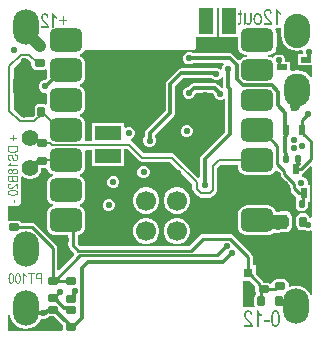
<source format=gbl>
G04*
G04 #@! TF.GenerationSoftware,Altium Limited,Altium Designer,22.6.1 (34)*
G04*
G04 Layer_Physical_Order=4*
G04 Layer_Color=16711680*
%FSLAX44Y44*%
%MOMM*%
G71*
G04*
G04 #@! TF.SameCoordinates,CFF22713-5BA4-4343-9F65-DF9A29BEA822*
G04*
G04*
G04 #@! TF.FilePolarity,Positive*
G04*
G01*
G75*
%ADD15C,0.2000*%
G04:AMPARAMS|DCode=16|XSize=0.6mm|YSize=0.9mm|CornerRadius=0.15mm|HoleSize=0mm|Usage=FLASHONLY|Rotation=90.000|XOffset=0mm|YOffset=0mm|HoleType=Round|Shape=RoundedRectangle|*
%AMROUNDEDRECTD16*
21,1,0.6000,0.6000,0,0,90.0*
21,1,0.3000,0.9000,0,0,90.0*
1,1,0.3000,0.3000,0.1500*
1,1,0.3000,0.3000,-0.1500*
1,1,0.3000,-0.3000,-0.1500*
1,1,0.3000,-0.3000,0.1500*
%
%ADD16ROUNDEDRECTD16*%
G04:AMPARAMS|DCode=17|XSize=0.6mm|YSize=0.9mm|CornerRadius=0.15mm|HoleSize=0mm|Usage=FLASHONLY|Rotation=180.000|XOffset=0mm|YOffset=0mm|HoleType=Round|Shape=RoundedRectangle|*
%AMROUNDEDRECTD17*
21,1,0.6000,0.6000,0,0,180.0*
21,1,0.3000,0.9000,0,0,180.0*
1,1,0.3000,-0.1500,0.3000*
1,1,0.3000,0.1500,0.3000*
1,1,0.3000,0.1500,-0.3000*
1,1,0.3000,-0.1500,-0.3000*
%
%ADD17ROUNDEDRECTD17*%
%ADD28R,0.9000X0.5000*%
%ADD51C,0.2500*%
%ADD52C,0.3000*%
%ADD53C,0.5000*%
%ADD54C,1.0000*%
%ADD55O,2.2000X2.9000*%
%ADD57O,2.2000X3.0000*%
%ADD58C,1.4000*%
%ADD59R,1.2000X2.2000*%
%ADD60R,2.2000X1.2000*%
%ADD61C,1.7000*%
%ADD62C,0.5334*%
%ADD63R,0.8000X0.8000*%
G04:AMPARAMS|DCode=64|XSize=0.5mm|YSize=0.62mm|CornerRadius=0.0625mm|HoleSize=0mm|Usage=FLASHONLY|Rotation=0.000|XOffset=0mm|YOffset=0mm|HoleType=Round|Shape=RoundedRectangle|*
%AMROUNDEDRECTD64*
21,1,0.5000,0.4950,0,0,0.0*
21,1,0.3750,0.6200,0,0,0.0*
1,1,0.1250,0.1875,-0.2475*
1,1,0.1250,-0.1875,-0.2475*
1,1,0.1250,-0.1875,0.2475*
1,1,0.1250,0.1875,0.2475*
%
%ADD64ROUNDEDRECTD64*%
%ADD65R,0.5000X0.9000*%
G04:AMPARAMS|DCode=66|XSize=2.75mm|YSize=2mm|CornerRadius=0.5mm|HoleSize=0mm|Usage=FLASHONLY|Rotation=0.000|XOffset=0mm|YOffset=0mm|HoleType=Round|Shape=RoundedRectangle|*
%AMROUNDEDRECTD66*
21,1,2.7500,1.0000,0,0,0.0*
21,1,1.7500,2.0000,0,0,0.0*
1,1,1.0000,0.8750,-0.5000*
1,1,1.0000,-0.8750,-0.5000*
1,1,1.0000,-0.8750,0.5000*
1,1,1.0000,0.8750,0.5000*
%
%ADD66ROUNDEDRECTD66*%
G04:AMPARAMS|DCode=67|XSize=2.75mm|YSize=1.8mm|CornerRadius=0.45mm|HoleSize=0mm|Usage=FLASHONLY|Rotation=0.000|XOffset=0mm|YOffset=0mm|HoleType=Round|Shape=RoundedRectangle|*
%AMROUNDEDRECTD67*
21,1,2.7500,0.9000,0,0,0.0*
21,1,1.8500,1.8000,0,0,0.0*
1,1,0.9000,0.9250,-0.4500*
1,1,0.9000,-0.9250,-0.4500*
1,1,0.9000,-0.9250,0.4500*
1,1,0.9000,0.9250,0.4500*
%
%ADD67ROUNDEDRECTD67*%
%ADD68C,0.8000*%
%ADD69R,2.6327X1.2536*%
%ADD70O,2.2000X2.8000*%
G36*
X1025085Y833405D02*
X1041468D01*
Y825577D01*
X1041727Y823609D01*
X1042487Y821774D01*
X1043695Y820199D01*
X1045270Y818991D01*
X1047105Y818231D01*
X1048555Y818040D01*
X1048573Y816778D01*
X1046735Y816536D01*
X1045023Y815826D01*
X1043552Y814698D01*
X1043152Y814177D01*
X1041466Y814066D01*
X1037299Y818234D01*
X1035962Y819127D01*
X1034386Y819440D01*
X1003369D01*
X1003074Y819735D01*
X1001160Y820528D01*
X999089D01*
X997175Y819735D01*
X995710Y818270D01*
X994918Y816357D01*
Y814285D01*
X995710Y812372D01*
X997175Y810907D01*
X999089Y810114D01*
X1001160D01*
X1003074Y810907D01*
X1003369Y811202D01*
X1028578D01*
X1029104Y809932D01*
X1028569Y809397D01*
X1027776Y807483D01*
Y806179D01*
X1026506Y805653D01*
X1025882Y806278D01*
X1023968Y807070D01*
X1021896D01*
X1021581Y806940D01*
X1021284Y806999D01*
X993444D01*
X991867Y806685D01*
X990531Y805792D01*
X981203Y796465D01*
X980310Y795128D01*
X979997Y793552D01*
Y771107D01*
X963530Y754641D01*
X962637Y753304D01*
X962324Y751728D01*
Y748889D01*
X962029Y748594D01*
X961236Y746681D01*
Y744609D01*
X962029Y742695D01*
X963493Y741231D01*
X965407Y740438D01*
X967479D01*
X969392Y741231D01*
X970857Y742695D01*
X971650Y744609D01*
Y746681D01*
X970857Y748594D01*
X970660Y748792D01*
Y750119D01*
X987029Y766488D01*
X987922Y767825D01*
X988235Y769401D01*
Y791846D01*
X995150Y798761D01*
X1018671D01*
X1019982Y797449D01*
X1021896Y796656D01*
X1023968D01*
X1025882Y797449D01*
X1027346Y798914D01*
X1027594Y799512D01*
X1028864Y799259D01*
Y791454D01*
X1027653Y790581D01*
X1027281Y790735D01*
X1026864D01*
X1024618Y792981D01*
X1023281Y793874D01*
X1021705Y794188D01*
X1003729D01*
X1002153Y793874D01*
X1000816Y792981D01*
X999045Y791211D01*
X998628D01*
X996714Y790418D01*
X995250Y788953D01*
X994457Y787039D01*
Y784968D01*
X995250Y783054D01*
X996714Y781589D01*
X998628Y780797D01*
X1000700D01*
X1002613Y781589D01*
X1004078Y783054D01*
X1004871Y784968D01*
Y785385D01*
X1005435Y785950D01*
X1019999D01*
X1021039Y784910D01*
Y784492D01*
X1021832Y782578D01*
X1023296Y781114D01*
X1025210Y780321D01*
X1027281D01*
X1029195Y781114D01*
X1029348Y781266D01*
X1030521Y780780D01*
Y753216D01*
X1010258Y732954D01*
X1009365Y731617D01*
X1009052Y730041D01*
Y714794D01*
X1007782Y714268D01*
X988167Y733883D01*
X986995Y734666D01*
X985614Y734940D01*
X961582D01*
X952026Y744497D01*
X950854Y745279D01*
X950686Y745313D01*
X950523Y745609D01*
X951090Y747219D01*
X951702Y747473D01*
X953167Y748937D01*
X953960Y750851D01*
Y752923D01*
X953167Y754836D01*
X951702Y756301D01*
X949789Y757094D01*
X947717D01*
X946435Y756562D01*
X945165Y757321D01*
Y760485D01*
X918084D01*
Y745296D01*
X918036Y745286D01*
X912414D01*
X911566Y746556D01*
X911919Y747409D01*
X912178Y749377D01*
Y759377D01*
X911919Y761345D01*
X911159Y763179D01*
X909951Y764755D01*
X908375Y765963D01*
X907346Y766390D01*
Y767764D01*
X908375Y768191D01*
X909951Y769399D01*
X911159Y770974D01*
X911919Y772809D01*
X912178Y774777D01*
Y784777D01*
X911919Y786745D01*
X911159Y788579D01*
X909951Y790155D01*
X908375Y791363D01*
X907346Y791790D01*
Y793164D01*
X908375Y793591D01*
X909951Y794799D01*
X911159Y796374D01*
X911919Y798209D01*
X912178Y800177D01*
Y810177D01*
X911919Y812145D01*
X911159Y813979D01*
X909951Y815555D01*
X908375Y816763D01*
X907346Y817190D01*
Y818564D01*
X908375Y818991D01*
X909951Y820199D01*
X911159Y821774D01*
X911480Y822550D01*
X912333Y822380D01*
X1002546D01*
X1003732Y822616D01*
X1004738Y823288D01*
X1005410Y824293D01*
X1005646Y825480D01*
Y832317D01*
X1006085Y833405D01*
X1023165D01*
Y857900D01*
X1025085D01*
Y833405D01*
D02*
G37*
G36*
X1077746Y835167D02*
X1078212Y831632D01*
X1079576Y828339D01*
X1081746Y825510D01*
X1084575Y823340D01*
X1087868Y821975D01*
X1091403Y821510D01*
X1094938Y821975D01*
X1095198Y822083D01*
X1096276Y821155D01*
Y819549D01*
X1096151Y819361D01*
X1092073D01*
Y809281D01*
X1103758D01*
Y799893D01*
X1102488Y799462D01*
X1101060Y801324D01*
X1098231Y803494D01*
X1094938Y804858D01*
X1091403Y805324D01*
X1087868Y804858D01*
X1086709Y804378D01*
X1085653Y805084D01*
Y812611D01*
X1081372D01*
X1081107Y813007D01*
Y815078D01*
X1080315Y816992D01*
X1078850Y818456D01*
X1076936Y819249D01*
X1074865D01*
X1072951Y818456D01*
X1071486Y816992D01*
X1071051Y815941D01*
X1070623Y815826D01*
X1068911Y816536D01*
X1067073Y816778D01*
X1067091Y818040D01*
X1068541Y818231D01*
X1070376Y818991D01*
X1071951Y820199D01*
X1073159Y821774D01*
X1073919Y823609D01*
X1074178Y825577D01*
Y835577D01*
X1073919Y837545D01*
X1073159Y839380D01*
X1072831Y839807D01*
X1073458Y841077D01*
X1077746D01*
Y835167D01*
D02*
G37*
G36*
X866352Y811654D02*
Y809639D01*
X866665Y808063D01*
X867558Y806726D01*
X868895Y805833D01*
X870471Y805520D01*
X876471D01*
X878047Y805833D01*
X878198Y805934D01*
X879468Y805255D01*
Y800177D01*
X879675Y798603D01*
X877835Y796762D01*
X876698D01*
X874784Y795970D01*
X873320Y794505D01*
X872527Y792591D01*
Y790520D01*
X873320Y788606D01*
X874784Y787141D01*
X876698Y786348D01*
X878394D01*
X879550Y785402D01*
X879468Y784777D01*
Y776736D01*
X878198Y776057D01*
X877815Y776313D01*
X876239Y776626D01*
X873239D01*
X871663Y776313D01*
X870326Y775420D01*
X869433Y774083D01*
X869120Y772507D01*
Y767492D01*
X867544Y765916D01*
X857994D01*
X851442Y772468D01*
Y807244D01*
X859011Y814813D01*
X863193D01*
X866352Y811654D01*
D02*
G37*
G36*
X957535Y728779D02*
X958706Y727997D01*
X960087Y727722D01*
X984119D01*
X1002795Y709046D01*
Y704963D01*
X1003069Y703582D01*
X1003852Y702411D01*
X1007816Y698447D01*
X1008987Y697664D01*
X1010368Y697390D01*
X1017218D01*
X1018599Y697664D01*
X1019770Y698447D01*
X1022835Y701512D01*
X1023618Y702683D01*
X1023892Y704064D01*
Y722599D01*
X1026661Y725368D01*
X1041468D01*
Y723977D01*
X1041727Y722009D01*
X1042487Y720174D01*
X1043695Y718599D01*
X1045270Y717391D01*
X1047105Y716631D01*
X1049073Y716372D01*
X1066573D01*
X1068541Y716631D01*
X1070376Y717391D01*
X1071951Y718599D01*
X1072911Y719851D01*
X1074033Y720105D01*
X1074490Y720069D01*
X1076646Y717913D01*
Y717588D01*
X1076940Y716109D01*
X1077778Y714855D01*
X1084969Y707664D01*
Y705247D01*
X1085263Y703768D01*
X1086100Y702515D01*
X1090400Y698215D01*
X1090401Y698215D01*
X1090526Y698131D01*
X1090624Y697863D01*
X1090698Y696488D01*
X1090277Y695857D01*
X1090031Y694622D01*
Y689672D01*
X1090277Y688437D01*
X1090976Y687390D01*
X1092023Y686691D01*
X1093258Y686445D01*
X1097008D01*
X1098243Y686691D01*
X1099290Y687390D01*
X1099989Y688437D01*
X1100235Y689672D01*
Y693907D01*
X1101923D01*
Y707987D01*
X1100912D01*
X1100299Y708904D01*
Y710975D01*
X1099507Y712889D01*
X1098042Y714353D01*
X1096128Y715146D01*
X1095173D01*
Y717700D01*
X1096063Y717877D01*
X1097317Y718715D01*
X1102585Y723983D01*
X1103758Y723497D01*
Y680897D01*
X1103610Y680693D01*
X1102518Y680106D01*
X1101875Y680445D01*
X1101669Y681483D01*
X1100776Y682820D01*
X1099439Y683713D01*
X1097863Y684026D01*
X1094863D01*
X1093287Y683713D01*
X1091950Y682820D01*
X1091057Y681483D01*
X1090744Y679907D01*
Y673907D01*
X1091057Y672331D01*
X1091950Y670994D01*
X1093287Y670101D01*
X1094863Y669788D01*
X1097863D01*
X1098163Y669847D01*
X1099472Y669305D01*
X1101544D01*
X1102488Y669696D01*
X1103758Y668848D01*
Y615123D01*
X1102488Y614870D01*
X1101960Y616145D01*
X1099790Y618974D01*
X1096961Y621144D01*
X1093668Y622508D01*
X1090133Y622974D01*
X1086598Y622508D01*
X1085354Y621993D01*
X1084298Y622699D01*
Y624171D01*
X1083985Y625747D01*
X1083092Y627084D01*
X1081755Y627977D01*
X1080179Y628290D01*
X1074179D01*
X1072603Y627977D01*
X1071266Y627084D01*
X1070373Y625747D01*
X1070213Y624942D01*
X1069859Y624730D01*
X1068828Y624486D01*
X1067785Y625182D01*
X1066209Y625496D01*
X1063406D01*
X1062846Y626335D01*
X1062846Y626335D01*
X1056541Y632640D01*
Y640255D01*
X1053865D01*
Y647021D01*
X1053571Y648500D01*
X1052733Y649753D01*
X1052733Y649754D01*
X1037095Y665392D01*
X1035841Y666230D01*
X1034362Y666524D01*
X1011919D01*
X1010441Y666230D01*
X1009187Y665392D01*
X1000266Y656471D01*
X907504D01*
X905501Y658474D01*
Y665694D01*
X906541Y665831D01*
X908375Y666591D01*
X909951Y667799D01*
X911159Y669374D01*
X911919Y671209D01*
X912178Y673177D01*
Y683177D01*
X911919Y685145D01*
X911159Y686980D01*
X909951Y688555D01*
X908375Y689763D01*
X907346Y690190D01*
Y691564D01*
X908375Y691991D01*
X909951Y693199D01*
X911159Y694774D01*
X911919Y696609D01*
X912178Y698577D01*
Y708577D01*
X911919Y710545D01*
X911159Y712380D01*
X909951Y713955D01*
X908375Y715163D01*
X907346Y715590D01*
Y716964D01*
X908375Y717391D01*
X909951Y718599D01*
X911159Y720174D01*
X911919Y722009D01*
X912178Y723977D01*
Y733977D01*
X911919Y735945D01*
X911566Y736798D01*
X912414Y738068D01*
X918084D01*
Y724405D01*
X945165D01*
Y738335D01*
X947978D01*
X957535Y728779D01*
D02*
G37*
G36*
X879726Y722014D02*
X879727Y722009D01*
X880487Y720174D01*
X881695Y718599D01*
X883270Y717391D01*
X884300Y716964D01*
Y715590D01*
X883270Y715163D01*
X881695Y713955D01*
X880487Y712380D01*
X879727Y710545D01*
X879468Y708577D01*
Y698577D01*
X879727Y696609D01*
X880487Y694774D01*
X881695Y693199D01*
X883270Y691991D01*
X884300Y691564D01*
Y690190D01*
X883270Y689763D01*
X881695Y688555D01*
X880487Y686980D01*
X879727Y685145D01*
X879468Y683177D01*
Y673177D01*
X879727Y671209D01*
X880487Y669374D01*
X881695Y667799D01*
X883270Y666591D01*
X885105Y665831D01*
X887073Y665572D01*
X897773D01*
Y656873D01*
X898067Y655394D01*
X898904Y654141D01*
X902464Y650581D01*
X902544Y648864D01*
X889431Y635751D01*
X888257Y636237D01*
Y654915D01*
X887963Y656394D01*
X887125Y657648D01*
X887125Y657648D01*
X869840Y674933D01*
X868586Y675771D01*
X867107Y676065D01*
X857652D01*
X857286Y676614D01*
X855949Y677506D01*
X854373Y677820D01*
X848373D01*
X847834Y677713D01*
X846853Y678519D01*
Y690140D01*
X857975D01*
Y714844D01*
X859148Y715330D01*
X859485Y714993D01*
X861661Y713737D01*
X864087Y713087D01*
X866599D01*
X869025Y713737D01*
X871201Y714993D01*
X872977Y716769D01*
X874233Y718945D01*
X874883Y721371D01*
Y722716D01*
X878503D01*
X878694Y722754D01*
X879726Y722014D01*
D02*
G37*
G36*
X1056220Y622031D02*
X1056090Y621377D01*
Y618377D01*
X1056403Y616801D01*
X1056874Y616096D01*
X1056376Y615764D01*
X1055483Y614427D01*
X1055170Y612851D01*
Y606851D01*
X1055368Y605854D01*
X1054534Y604584D01*
X1045735D01*
Y627175D01*
X1051076D01*
X1056220Y622031D01*
D02*
G37*
G36*
X848342Y596512D02*
X849706Y593218D01*
X851876Y590390D01*
X854705Y588220D01*
X857998Y586856D01*
X861533Y586390D01*
X865068Y586856D01*
X868361Y588220D01*
X871190Y590390D01*
X873360Y593218D01*
X873708Y594059D01*
X874882Y594545D01*
X875571Y594259D01*
X877643D01*
X879556Y595052D01*
X881021Y596517D01*
X881077Y596651D01*
X881599Y597000D01*
X885687D01*
X893022Y589665D01*
Y589119D01*
X893022Y589119D01*
Y586119D01*
X893098Y585738D01*
X892292Y584757D01*
X846853D01*
Y598092D01*
X848123Y598175D01*
X848342Y596512D01*
D02*
G37*
G36*
X878076Y853352D02*
X878314Y853326D01*
X878551Y853286D01*
X878762Y853234D01*
X878960Y853155D01*
X879144Y853089D01*
X879316Y853009D01*
X879461Y852930D01*
X879606Y852838D01*
X879724Y852759D01*
X879830Y852693D01*
X879909Y852627D01*
X879975Y852561D01*
X880027Y852522D01*
X880054Y852495D01*
X880067Y852482D01*
X880212Y852311D01*
X880344Y852126D01*
X880462Y851915D01*
X880568Y851718D01*
X880660Y851494D01*
X880739Y851283D01*
X880858Y850861D01*
X880911Y850663D01*
X880950Y850492D01*
X880977Y850320D01*
X881003Y850175D01*
X881016Y850057D01*
Y849977D01*
X881029Y849925D01*
Y849898D01*
X879790Y849740D01*
X879764Y850149D01*
X879711Y850505D01*
X879658Y850663D01*
X879619Y850808D01*
X879566Y850940D01*
X879513Y851072D01*
X879474Y851177D01*
X879421Y851269D01*
X879368Y851335D01*
X879329Y851401D01*
X879302Y851454D01*
X879276Y851494D01*
X879250Y851507D01*
Y851520D01*
X879144Y851625D01*
X879039Y851731D01*
X878801Y851889D01*
X878564Y851994D01*
X878353Y852074D01*
X878156Y852126D01*
X878063Y852139D01*
X877997D01*
X877931Y852153D01*
X877707D01*
X877562Y852126D01*
X877312Y852060D01*
X877088Y851968D01*
X876890Y851863D01*
X876732Y851757D01*
X876613Y851665D01*
X876547Y851599D01*
X876521Y851586D01*
Y851573D01*
X876336Y851348D01*
X876205Y851098D01*
X876112Y850847D01*
X876046Y850610D01*
X876007Y850399D01*
X875993Y850307D01*
Y850228D01*
X875980Y850162D01*
Y850109D01*
Y850083D01*
Y850070D01*
X876007Y849767D01*
X876059Y849463D01*
X876152Y849186D01*
X876244Y848923D01*
X876336Y848686D01*
X876389Y848593D01*
X876429Y848514D01*
X876455Y848448D01*
X876481Y848396D01*
X876508Y848369D01*
Y848356D01*
X876613Y848171D01*
X876758Y847974D01*
X876903Y847776D01*
X877075Y847565D01*
X877444Y847130D01*
X877813Y846708D01*
X877997Y846510D01*
X878169Y846326D01*
X878327Y846168D01*
X878459Y846023D01*
X878577Y845904D01*
X878656Y845825D01*
X878722Y845759D01*
X878736Y845746D01*
X878999Y845482D01*
X879237Y845219D01*
X879461Y844981D01*
X879658Y844744D01*
X879843Y844520D01*
X880001Y844309D01*
X880146Y844124D01*
X880278Y843940D01*
X880396Y843782D01*
X880489Y843637D01*
X880568Y843518D01*
X880634Y843413D01*
X880673Y843334D01*
X880713Y843281D01*
X880726Y843241D01*
X880739Y843228D01*
X880832Y843030D01*
X880911Y842846D01*
X881042Y842490D01*
X881135Y842160D01*
X881201Y841883D01*
X881214Y841752D01*
X881227Y841646D01*
X881240Y841554D01*
X881253Y841461D01*
Y841409D01*
Y841356D01*
Y841330D01*
Y841317D01*
X874741D01*
Y842727D01*
X879579D01*
X879421Y843017D01*
X879342Y843149D01*
X879263Y843268D01*
X879184Y843373D01*
X879131Y843452D01*
X879091Y843505D01*
X879078Y843518D01*
X879012Y843597D01*
X878920Y843703D01*
X878722Y843927D01*
X878498Y844177D01*
X878248Y844428D01*
X878024Y844665D01*
X877931Y844770D01*
X877839Y844849D01*
X877773Y844929D01*
X877720Y844981D01*
X877681Y845021D01*
X877668Y845034D01*
X877365Y845350D01*
X877088Y845654D01*
X876824Y845944D01*
X876600Y846207D01*
X876389Y846458D01*
X876205Y846695D01*
X876033Y846893D01*
X875888Y847091D01*
X875756Y847262D01*
X875651Y847407D01*
X875572Y847539D01*
X875493Y847644D01*
X875440Y847723D01*
X875400Y847776D01*
X875387Y847816D01*
X875374Y847829D01*
X875268Y848027D01*
X875163Y848224D01*
X875018Y848620D01*
X874899Y848989D01*
X874834Y849332D01*
X874807Y849477D01*
X874781Y849608D01*
X874768Y849727D01*
Y849833D01*
X874754Y849912D01*
Y849977D01*
Y850017D01*
Y850030D01*
X874768Y850267D01*
X874794Y850505D01*
X874820Y850729D01*
X874873Y850940D01*
X875005Y851335D01*
X875071Y851520D01*
X875137Y851678D01*
X875216Y851823D01*
X875282Y851955D01*
X875348Y852074D01*
X875414Y852166D01*
X875466Y852245D01*
X875493Y852311D01*
X875519Y852337D01*
X875532Y852350D01*
X875690Y852535D01*
X875848Y852680D01*
X876033Y852825D01*
X876218Y852944D01*
X876402Y853036D01*
X876600Y853115D01*
X876785Y853181D01*
X876969Y853234D01*
X877140Y853286D01*
X877299Y853313D01*
X877444Y853339D01*
X877576Y853352D01*
X877681Y853365D01*
X877826D01*
X878076Y853352D01*
D02*
G37*
G36*
X885142Y853062D02*
X885301Y852772D01*
X885485Y852495D01*
X885656Y852258D01*
X885815Y852034D01*
X885894Y851955D01*
X885960Y851876D01*
X885999Y851810D01*
X886039Y851770D01*
X886065Y851744D01*
X886078Y851731D01*
X886368Y851428D01*
X886672Y851164D01*
X886975Y850927D01*
X887238Y850716D01*
X887476Y850557D01*
X887581Y850492D01*
X887660Y850439D01*
X887739Y850386D01*
X887792Y850360D01*
X887818Y850347D01*
X887831Y850333D01*
Y848923D01*
X887607Y849028D01*
X887383Y849147D01*
X887172Y849279D01*
X886975Y849398D01*
X886803Y849516D01*
X886672Y849608D01*
X886619Y849635D01*
X886579Y849661D01*
X886566Y849688D01*
X886553D01*
X886302Y849885D01*
X886078Y850070D01*
X885881Y850241D01*
X885722Y850386D01*
X885591Y850518D01*
X885498Y850610D01*
X885432Y850676D01*
X885419Y850703D01*
Y841317D01*
X884220D01*
Y853365D01*
X885010D01*
X885142Y853062D01*
D02*
G37*
G36*
X893909Y847921D02*
X896585D01*
Y846550D01*
X893909D01*
Y843254D01*
X892762D01*
Y846550D01*
X890086D01*
Y847921D01*
X892762D01*
Y851190D01*
X893909D01*
Y847921D01*
D02*
G37*
G36*
X860323Y633185D02*
X860440Y632971D01*
X860575Y632767D01*
X860702Y632593D01*
X860818Y632428D01*
X860876Y632370D01*
X860925Y632312D01*
X860954Y632263D01*
X860983Y632234D01*
X861003Y632215D01*
X861012Y632205D01*
X861226Y631982D01*
X861449Y631788D01*
X861672Y631613D01*
X861866Y631458D01*
X862041Y631341D01*
X862118Y631293D01*
X862177Y631254D01*
X862235Y631215D01*
X862273Y631196D01*
X862293Y631186D01*
X862303Y631176D01*
Y630138D01*
X862138Y630216D01*
X861973Y630303D01*
X861817Y630400D01*
X861672Y630487D01*
X861546Y630575D01*
X861449Y630643D01*
X861410Y630662D01*
X861381Y630681D01*
X861371Y630701D01*
X861361D01*
X861177Y630846D01*
X861012Y630982D01*
X860867Y631108D01*
X860750Y631215D01*
X860653Y631312D01*
X860585Y631380D01*
X860537Y631429D01*
X860527Y631448D01*
Y624540D01*
X859644D01*
Y633408D01*
X860226D01*
X860323Y633185D01*
D02*
G37*
G36*
X875547Y624540D02*
X874586D01*
Y628139D01*
X872733D01*
X872461Y628149D01*
X872209Y628168D01*
X871986Y628207D01*
X871773Y628256D01*
X871579Y628314D01*
X871414Y628372D01*
X871258Y628440D01*
X871123Y628518D01*
X870996Y628586D01*
X870899Y628654D01*
X870812Y628712D01*
X870744Y628770D01*
X870696Y628819D01*
X870657Y628857D01*
X870637Y628877D01*
X870628Y628886D01*
X870521Y629032D01*
X870424Y629187D01*
X870346Y629352D01*
X870278Y629507D01*
X870210Y629672D01*
X870162Y629837D01*
X870094Y630148D01*
X870065Y630284D01*
X870045Y630420D01*
X870036Y630536D01*
X870026Y630643D01*
X870016Y630720D01*
Y630788D01*
Y630827D01*
Y630837D01*
X870036Y631157D01*
X870075Y631458D01*
X870133Y631720D01*
X870172Y631836D01*
X870201Y631933D01*
X870239Y632030D01*
X870278Y632118D01*
X870307Y632185D01*
X870337Y632253D01*
X870356Y632302D01*
X870375Y632331D01*
X870395Y632350D01*
Y632360D01*
X870550Y632574D01*
X870715Y632758D01*
X870880Y632903D01*
X871035Y633020D01*
X871181Y633097D01*
X871287Y633156D01*
X871336Y633175D01*
X871365Y633195D01*
X871385Y633204D01*
X871394D01*
X871481Y633233D01*
X871588Y633262D01*
X871811Y633301D01*
X872044Y633340D01*
X872277Y633359D01*
X872491Y633369D01*
X872578D01*
X872665Y633379D01*
X875547D01*
Y624540D01*
D02*
G37*
G36*
X869318Y632341D02*
X866931D01*
Y624540D01*
X865970D01*
Y632341D01*
X863574D01*
Y633379D01*
X869318D01*
Y632341D01*
D02*
G37*
G36*
X855210Y633398D02*
X855414Y633359D01*
X855598Y633301D01*
X855773Y633233D01*
X855928Y633146D01*
X856073Y633049D01*
X856209Y632942D01*
X856326Y632836D01*
X856432Y632729D01*
X856520Y632622D01*
X856597Y632525D01*
X856656Y632438D01*
X856704Y632370D01*
X856743Y632312D01*
X856762Y632273D01*
X856772Y632263D01*
X856879Y632040D01*
X856966Y631788D01*
X857044Y631526D01*
X857112Y631254D01*
X857170Y630973D01*
X857218Y630691D01*
X857257Y630420D01*
X857286Y630148D01*
X857315Y629896D01*
X857335Y629663D01*
X857345Y629449D01*
X857354Y629265D01*
X857364Y629110D01*
Y629051D01*
Y628993D01*
Y628954D01*
Y628925D01*
Y628906D01*
Y628896D01*
X857354Y628450D01*
X857335Y628033D01*
X857306Y627654D01*
X857257Y627305D01*
X857209Y626985D01*
X857150Y626703D01*
X857092Y626441D01*
X857034Y626218D01*
X856976Y626024D01*
X856908Y625849D01*
X856859Y625714D01*
X856811Y625597D01*
X856762Y625510D01*
X856733Y625452D01*
X856714Y625413D01*
X856704Y625403D01*
X856578Y625229D01*
X856442Y625073D01*
X856306Y624937D01*
X856161Y624821D01*
X856015Y624724D01*
X855879Y624637D01*
X855744Y624578D01*
X855608Y624520D01*
X855491Y624481D01*
X855375Y624452D01*
X855278Y624423D01*
X855191Y624413D01*
X855113Y624404D01*
X855064Y624394D01*
X855016D01*
X854802Y624404D01*
X854599Y624442D01*
X854414Y624501D01*
X854240Y624569D01*
X854075Y624656D01*
X853929Y624753D01*
X853803Y624860D01*
X853687Y624967D01*
X853580Y625073D01*
X853493Y625180D01*
X853415Y625277D01*
X853347Y625364D01*
X853298Y625432D01*
X853269Y625490D01*
X853250Y625529D01*
X853240Y625539D01*
X853133Y625762D01*
X853046Y626014D01*
X852959Y626276D01*
X852891Y626548D01*
X852833Y626829D01*
X852784Y627101D01*
X852745Y627383D01*
X852716Y627645D01*
X852687Y627897D01*
X852668Y628139D01*
X852658Y628353D01*
X852648Y628537D01*
X852639Y628683D01*
Y628751D01*
Y628799D01*
Y628838D01*
Y628867D01*
Y628886D01*
Y628896D01*
X852648Y629342D01*
X852668Y629760D01*
X852707Y630138D01*
X852755Y630497D01*
X852804Y630817D01*
X852871Y631108D01*
X852930Y631380D01*
X852998Y631613D01*
X853066Y631817D01*
X853133Y631991D01*
X853201Y632147D01*
X853250Y632263D01*
X853298Y632360D01*
X853337Y632428D01*
X853357Y632467D01*
X853366Y632477D01*
X853483Y632641D01*
X853609Y632787D01*
X853735Y632913D01*
X853871Y633020D01*
X854007Y633107D01*
X854143Y633185D01*
X854278Y633243D01*
X854405Y633292D01*
X854531Y633330D01*
X854637Y633359D01*
X854734Y633379D01*
X854822Y633398D01*
X854899D01*
X854948Y633408D01*
X854996D01*
X855210Y633398D01*
D02*
G37*
G36*
X849582D02*
X849786Y633359D01*
X849970Y633301D01*
X850145Y633233D01*
X850300Y633146D01*
X850446Y633049D01*
X850582Y632942D01*
X850698Y632836D01*
X850805Y632729D01*
X850892Y632622D01*
X850970Y632525D01*
X851028Y632438D01*
X851077Y632370D01*
X851115Y632312D01*
X851135Y632273D01*
X851144Y632263D01*
X851251Y632040D01*
X851339Y631788D01*
X851416Y631526D01*
X851484Y631254D01*
X851542Y630973D01*
X851591Y630691D01*
X851630Y630420D01*
X851659Y630148D01*
X851688Y629896D01*
X851707Y629663D01*
X851717Y629449D01*
X851727Y629265D01*
X851736Y629110D01*
Y629051D01*
Y628993D01*
Y628954D01*
Y628925D01*
Y628906D01*
Y628896D01*
X851727Y628450D01*
X851707Y628033D01*
X851678Y627654D01*
X851630Y627305D01*
X851581Y626985D01*
X851523Y626703D01*
X851465Y626441D01*
X851406Y626218D01*
X851348Y626024D01*
X851280Y625849D01*
X851232Y625714D01*
X851183Y625597D01*
X851135Y625510D01*
X851106Y625452D01*
X851086Y625413D01*
X851077Y625403D01*
X850950Y625229D01*
X850815Y625073D01*
X850679Y624937D01*
X850533Y624821D01*
X850388Y624724D01*
X850252Y624637D01*
X850116Y624578D01*
X849980Y624520D01*
X849864Y624481D01*
X849747Y624452D01*
X849650Y624423D01*
X849563Y624413D01*
X849485Y624404D01*
X849437Y624394D01*
X849388D01*
X849175Y624404D01*
X848971Y624442D01*
X848787Y624501D01*
X848612Y624569D01*
X848447Y624656D01*
X848301Y624753D01*
X848175Y624860D01*
X848059Y624967D01*
X847952Y625073D01*
X847865Y625180D01*
X847787Y625277D01*
X847719Y625364D01*
X847671Y625432D01*
X847642Y625490D01*
X847622Y625529D01*
X847613Y625539D01*
X847506Y625762D01*
X847419Y626014D01*
X847331Y626276D01*
X847263Y626548D01*
X847205Y626829D01*
X847157Y627101D01*
X847118Y627383D01*
X847089Y627645D01*
X847059Y627897D01*
X847040Y628139D01*
X847030Y628353D01*
X847021Y628537D01*
X847011Y628683D01*
Y628751D01*
Y628799D01*
Y628838D01*
Y628867D01*
Y628886D01*
Y628896D01*
X847021Y629342D01*
X847040Y629760D01*
X847079Y630138D01*
X847128Y630497D01*
X847176Y630817D01*
X847244Y631108D01*
X847302Y631380D01*
X847370Y631613D01*
X847438Y631817D01*
X847506Y631991D01*
X847574Y632147D01*
X847622Y632263D01*
X847671Y632360D01*
X847710Y632428D01*
X847729Y632467D01*
X847739Y632477D01*
X847855Y632641D01*
X847981Y632787D01*
X848107Y632913D01*
X848243Y633020D01*
X848379Y633107D01*
X848515Y633185D01*
X848651Y633243D01*
X848777Y633292D01*
X848903Y633330D01*
X849010Y633359D01*
X849107Y633379D01*
X849194Y633398D01*
X849272D01*
X849320Y633408D01*
X849369D01*
X849582Y633398D01*
D02*
G37*
G36*
X1050238Y602028D02*
X1050513Y601998D01*
X1050788Y601952D01*
X1051032Y601891D01*
X1051261Y601799D01*
X1051475Y601723D01*
X1051673Y601632D01*
X1051841Y601540D01*
X1052009Y601433D01*
X1052147Y601341D01*
X1052269Y601265D01*
X1052360Y601189D01*
X1052437Y601112D01*
X1052498Y601067D01*
X1052528Y601036D01*
X1052543Y601021D01*
X1052711Y600822D01*
X1052864Y600609D01*
X1053001Y600364D01*
X1053124Y600135D01*
X1053231Y599876D01*
X1053322Y599632D01*
X1053459Y599143D01*
X1053521Y598914D01*
X1053566Y598716D01*
X1053597Y598517D01*
X1053627Y598349D01*
X1053643Y598212D01*
Y598120D01*
X1053658Y598059D01*
Y598029D01*
X1052223Y597846D01*
X1052192Y598319D01*
X1052131Y598731D01*
X1052070Y598914D01*
X1052025Y599082D01*
X1051963Y599235D01*
X1051902Y599387D01*
X1051857Y599510D01*
X1051796Y599616D01*
X1051734Y599693D01*
X1051689Y599769D01*
X1051658Y599830D01*
X1051628Y599876D01*
X1051597Y599891D01*
Y599907D01*
X1051475Y600029D01*
X1051353Y600151D01*
X1051078Y600334D01*
X1050803Y600456D01*
X1050559Y600548D01*
X1050330Y600609D01*
X1050223Y600624D01*
X1050147D01*
X1050070Y600639D01*
X1049811D01*
X1049643Y600609D01*
X1049353Y600532D01*
X1049093Y600425D01*
X1048865Y600303D01*
X1048681Y600181D01*
X1048544Y600074D01*
X1048468Y599998D01*
X1048437Y599983D01*
Y599967D01*
X1048223Y599708D01*
X1048071Y599418D01*
X1047964Y599128D01*
X1047888Y598853D01*
X1047842Y598609D01*
X1047827Y598502D01*
Y598410D01*
X1047811Y598334D01*
Y598273D01*
Y598242D01*
Y598227D01*
X1047842Y597876D01*
X1047903Y597525D01*
X1048010Y597205D01*
X1048117Y596899D01*
X1048223Y596624D01*
X1048285Y596518D01*
X1048330Y596426D01*
X1048361Y596350D01*
X1048391Y596289D01*
X1048422Y596258D01*
Y596243D01*
X1048544Y596029D01*
X1048712Y595800D01*
X1048880Y595571D01*
X1049078Y595327D01*
X1049506Y594823D01*
X1049933Y594335D01*
X1050147Y594106D01*
X1050345Y593892D01*
X1050528Y593709D01*
X1050681Y593541D01*
X1050818Y593403D01*
X1050910Y593312D01*
X1050986Y593236D01*
X1051002Y593220D01*
X1051307Y592915D01*
X1051582Y592610D01*
X1051841Y592335D01*
X1052070Y592060D01*
X1052284Y591800D01*
X1052467Y591556D01*
X1052635Y591343D01*
X1052788Y591129D01*
X1052925Y590946D01*
X1053032Y590778D01*
X1053124Y590640D01*
X1053200Y590518D01*
X1053246Y590427D01*
X1053291Y590366D01*
X1053307Y590320D01*
X1053322Y590304D01*
X1053429Y590076D01*
X1053521Y589862D01*
X1053673Y589450D01*
X1053780Y589068D01*
X1053856Y588747D01*
X1053872Y588595D01*
X1053887Y588473D01*
X1053902Y588366D01*
X1053917Y588259D01*
Y588198D01*
Y588137D01*
Y588106D01*
Y588091D01*
X1046376D01*
Y589724D01*
X1051979D01*
X1051796Y590060D01*
X1051704Y590213D01*
X1051612Y590350D01*
X1051521Y590472D01*
X1051460Y590564D01*
X1051414Y590625D01*
X1051399Y590640D01*
X1051322Y590732D01*
X1051215Y590854D01*
X1050986Y591114D01*
X1050727Y591404D01*
X1050437Y591694D01*
X1050177Y591968D01*
X1050070Y592091D01*
X1049964Y592182D01*
X1049887Y592274D01*
X1049826Y592335D01*
X1049781Y592381D01*
X1049765Y592396D01*
X1049414Y592762D01*
X1049093Y593113D01*
X1048788Y593449D01*
X1048529Y593755D01*
X1048285Y594045D01*
X1048071Y594319D01*
X1047872Y594548D01*
X1047704Y594777D01*
X1047552Y594976D01*
X1047430Y595144D01*
X1047338Y595296D01*
X1047246Y595418D01*
X1047185Y595510D01*
X1047140Y595571D01*
X1047124Y595617D01*
X1047109Y595632D01*
X1046987Y595861D01*
X1046865Y596090D01*
X1046697Y596548D01*
X1046560Y596976D01*
X1046483Y597372D01*
X1046453Y597540D01*
X1046422Y597693D01*
X1046407Y597830D01*
Y597952D01*
X1046392Y598044D01*
Y598120D01*
Y598166D01*
Y598181D01*
X1046407Y598456D01*
X1046437Y598731D01*
X1046468Y598991D01*
X1046529Y599235D01*
X1046682Y599693D01*
X1046758Y599907D01*
X1046834Y600090D01*
X1046926Y600258D01*
X1047002Y600410D01*
X1047078Y600548D01*
X1047155Y600654D01*
X1047216Y600746D01*
X1047246Y600822D01*
X1047277Y600853D01*
X1047292Y600868D01*
X1047475Y601082D01*
X1047659Y601250D01*
X1047872Y601418D01*
X1048086Y601555D01*
X1048300Y601662D01*
X1048529Y601754D01*
X1048742Y601830D01*
X1048956Y601891D01*
X1049155Y601952D01*
X1049338Y601983D01*
X1049506Y602013D01*
X1049658Y602028D01*
X1049781Y602044D01*
X1049948D01*
X1050238Y602028D01*
D02*
G37*
G36*
X1058421Y601693D02*
X1058604Y601357D01*
X1058818Y601036D01*
X1059016Y600761D01*
X1059199Y600502D01*
X1059291Y600410D01*
X1059367Y600319D01*
X1059413Y600242D01*
X1059459Y600196D01*
X1059489Y600166D01*
X1059504Y600151D01*
X1059840Y599800D01*
X1060191Y599494D01*
X1060543Y599220D01*
X1060848Y598975D01*
X1061123Y598792D01*
X1061245Y598716D01*
X1061336Y598655D01*
X1061428Y598594D01*
X1061489Y598563D01*
X1061520Y598548D01*
X1061535Y598533D01*
Y596899D01*
X1061275Y597021D01*
X1061016Y597159D01*
X1060772Y597311D01*
X1060543Y597449D01*
X1060344Y597586D01*
X1060191Y597693D01*
X1060130Y597724D01*
X1060085Y597754D01*
X1060069Y597785D01*
X1060054D01*
X1059764Y598014D01*
X1059504Y598227D01*
X1059276Y598426D01*
X1059092Y598594D01*
X1058940Y598746D01*
X1058833Y598853D01*
X1058756Y598929D01*
X1058741Y598960D01*
Y588091D01*
X1057352D01*
Y602044D01*
X1058268D01*
X1058421Y601693D01*
D02*
G37*
G36*
X1068038Y592258D02*
X1063748D01*
Y593968D01*
X1068038D01*
Y592258D01*
D02*
G37*
G36*
X1073381Y602028D02*
X1073701Y601967D01*
X1073991Y601876D01*
X1074266Y601769D01*
X1074510Y601632D01*
X1074739Y601479D01*
X1074953Y601311D01*
X1075136Y601143D01*
X1075304Y600975D01*
X1075442Y600807D01*
X1075564Y600654D01*
X1075655Y600517D01*
X1075732Y600410D01*
X1075793Y600319D01*
X1075823Y600258D01*
X1075838Y600242D01*
X1076006Y599891D01*
X1076144Y599494D01*
X1076266Y599082D01*
X1076373Y598655D01*
X1076464Y598212D01*
X1076541Y597769D01*
X1076602Y597342D01*
X1076648Y596914D01*
X1076693Y596518D01*
X1076724Y596151D01*
X1076739Y595815D01*
X1076754Y595525D01*
X1076770Y595281D01*
Y595190D01*
Y595098D01*
Y595037D01*
Y594991D01*
Y594961D01*
Y594945D01*
X1076754Y594243D01*
X1076724Y593587D01*
X1076678Y592991D01*
X1076602Y592442D01*
X1076525Y591938D01*
X1076434Y591495D01*
X1076342Y591083D01*
X1076251Y590732D01*
X1076159Y590427D01*
X1076052Y590152D01*
X1075976Y589938D01*
X1075900Y589755D01*
X1075823Y589618D01*
X1075778Y589526D01*
X1075747Y589465D01*
X1075732Y589450D01*
X1075533Y589175D01*
X1075320Y588931D01*
X1075106Y588717D01*
X1074877Y588534D01*
X1074648Y588381D01*
X1074434Y588244D01*
X1074220Y588152D01*
X1074007Y588060D01*
X1073823Y587999D01*
X1073640Y587954D01*
X1073488Y587908D01*
X1073350Y587893D01*
X1073228Y587877D01*
X1073152Y587862D01*
X1073075D01*
X1072740Y587877D01*
X1072419Y587938D01*
X1072129Y588030D01*
X1071854Y588137D01*
X1071595Y588274D01*
X1071366Y588427D01*
X1071167Y588595D01*
X1070984Y588763D01*
X1070816Y588931D01*
X1070679Y589099D01*
X1070557Y589251D01*
X1070450Y589389D01*
X1070374Y589496D01*
X1070328Y589587D01*
X1070297Y589648D01*
X1070282Y589663D01*
X1070114Y590014D01*
X1069977Y590411D01*
X1069839Y590824D01*
X1069732Y591251D01*
X1069641Y591694D01*
X1069564Y592121D01*
X1069503Y592564D01*
X1069458Y592976D01*
X1069412Y593373D01*
X1069381Y593755D01*
X1069366Y594090D01*
X1069351Y594380D01*
X1069335Y594609D01*
Y594716D01*
Y594793D01*
Y594854D01*
Y594899D01*
Y594930D01*
Y594945D01*
X1069351Y595647D01*
X1069381Y596304D01*
X1069442Y596899D01*
X1069519Y597464D01*
X1069595Y597968D01*
X1069702Y598426D01*
X1069793Y598853D01*
X1069900Y599220D01*
X1070007Y599540D01*
X1070114Y599815D01*
X1070221Y600059D01*
X1070297Y600242D01*
X1070374Y600395D01*
X1070435Y600502D01*
X1070465Y600563D01*
X1070480Y600578D01*
X1070664Y600838D01*
X1070862Y601067D01*
X1071060Y601265D01*
X1071274Y601433D01*
X1071488Y601570D01*
X1071702Y601693D01*
X1071915Y601784D01*
X1072114Y601860D01*
X1072312Y601922D01*
X1072480Y601967D01*
X1072633Y601998D01*
X1072770Y602028D01*
X1072892D01*
X1072969Y602044D01*
X1073045D01*
X1073381Y602028D01*
D02*
G37*
G36*
X1066776Y857147D02*
X1067039Y857117D01*
X1067301Y857074D01*
X1067534Y857015D01*
X1067753Y856928D01*
X1067957Y856855D01*
X1068147Y856768D01*
X1068307Y856680D01*
X1068467Y856578D01*
X1068599Y856490D01*
X1068715Y856418D01*
X1068803Y856345D01*
X1068876Y856272D01*
X1068934Y856228D01*
X1068963Y856199D01*
X1068978Y856184D01*
X1069138Y855995D01*
X1069284Y855791D01*
X1069415Y855557D01*
X1069532Y855339D01*
X1069634Y855091D01*
X1069721Y854858D01*
X1069853Y854391D01*
X1069911Y854172D01*
X1069955Y853983D01*
X1069984Y853793D01*
X1070013Y853633D01*
X1070027Y853502D01*
Y853414D01*
X1070042Y853356D01*
Y853327D01*
X1068672Y853152D01*
X1068643Y853604D01*
X1068584Y853997D01*
X1068526Y854172D01*
X1068482Y854333D01*
X1068424Y854479D01*
X1068365Y854624D01*
X1068322Y854741D01*
X1068263Y854843D01*
X1068205Y854916D01*
X1068161Y854989D01*
X1068132Y855047D01*
X1068103Y855091D01*
X1068074Y855106D01*
Y855120D01*
X1067957Y855237D01*
X1067841Y855353D01*
X1067578Y855528D01*
X1067316Y855645D01*
X1067082Y855732D01*
X1066864Y855791D01*
X1066762Y855805D01*
X1066689D01*
X1066616Y855820D01*
X1066368D01*
X1066208Y855791D01*
X1065931Y855718D01*
X1065683Y855616D01*
X1065464Y855499D01*
X1065289Y855383D01*
X1065158Y855280D01*
X1065085Y855208D01*
X1065056Y855193D01*
Y855178D01*
X1064852Y854930D01*
X1064706Y854653D01*
X1064604Y854377D01*
X1064531Y854114D01*
X1064487Y853881D01*
X1064473Y853779D01*
Y853691D01*
X1064458Y853618D01*
Y853560D01*
Y853531D01*
Y853516D01*
X1064487Y853181D01*
X1064546Y852846D01*
X1064648Y852540D01*
X1064750Y852248D01*
X1064852Y851985D01*
X1064910Y851883D01*
X1064954Y851796D01*
X1064983Y851723D01*
X1065012Y851665D01*
X1065041Y851636D01*
Y851621D01*
X1065158Y851417D01*
X1065318Y851198D01*
X1065479Y850980D01*
X1065668Y850746D01*
X1066077Y850265D01*
X1066485Y849799D01*
X1066689Y849580D01*
X1066878Y849376D01*
X1067053Y849201D01*
X1067199Y849040D01*
X1067330Y848909D01*
X1067418Y848822D01*
X1067491Y848749D01*
X1067505Y848734D01*
X1067797Y848443D01*
X1068059Y848151D01*
X1068307Y847889D01*
X1068526Y847626D01*
X1068730Y847378D01*
X1068905Y847145D01*
X1069065Y846941D01*
X1069211Y846737D01*
X1069342Y846562D01*
X1069444Y846402D01*
X1069532Y846270D01*
X1069605Y846154D01*
X1069649Y846066D01*
X1069692Y846008D01*
X1069707Y845964D01*
X1069721Y845949D01*
X1069823Y845731D01*
X1069911Y845527D01*
X1070057Y845133D01*
X1070159Y844769D01*
X1070232Y844462D01*
X1070246Y844317D01*
X1070261Y844200D01*
X1070275Y844098D01*
X1070290Y843996D01*
Y843938D01*
Y843879D01*
Y843850D01*
Y843835D01*
X1063088D01*
Y845396D01*
X1068438D01*
X1068263Y845716D01*
X1068176Y845862D01*
X1068088Y845993D01*
X1068001Y846110D01*
X1067943Y846197D01*
X1067899Y846256D01*
X1067884Y846270D01*
X1067811Y846358D01*
X1067709Y846474D01*
X1067491Y846722D01*
X1067243Y846999D01*
X1066966Y847276D01*
X1066718Y847539D01*
X1066616Y847655D01*
X1066514Y847743D01*
X1066441Y847830D01*
X1066383Y847889D01*
X1066339Y847932D01*
X1066324Y847947D01*
X1065989Y848297D01*
X1065683Y848632D01*
X1065391Y848953D01*
X1065143Y849245D01*
X1064910Y849521D01*
X1064706Y849784D01*
X1064516Y850003D01*
X1064356Y850221D01*
X1064210Y850411D01*
X1064094Y850571D01*
X1064006Y850717D01*
X1063919Y850834D01*
X1063860Y850921D01*
X1063817Y850980D01*
X1063802Y851023D01*
X1063788Y851038D01*
X1063671Y851256D01*
X1063554Y851475D01*
X1063394Y851913D01*
X1063263Y852321D01*
X1063190Y852700D01*
X1063160Y852860D01*
X1063131Y853006D01*
X1063117Y853137D01*
Y853254D01*
X1063102Y853341D01*
Y853414D01*
Y853458D01*
Y853473D01*
X1063117Y853735D01*
X1063146Y853997D01*
X1063175Y854245D01*
X1063233Y854479D01*
X1063379Y854916D01*
X1063452Y855120D01*
X1063525Y855295D01*
X1063613Y855455D01*
X1063685Y855601D01*
X1063758Y855732D01*
X1063831Y855835D01*
X1063889Y855922D01*
X1063919Y855995D01*
X1063948Y856024D01*
X1063962Y856039D01*
X1064137Y856243D01*
X1064312Y856403D01*
X1064516Y856563D01*
X1064721Y856695D01*
X1064925Y856797D01*
X1065143Y856884D01*
X1065348Y856957D01*
X1065552Y857015D01*
X1065741Y857074D01*
X1065916Y857103D01*
X1066077Y857132D01*
X1066222Y857147D01*
X1066339Y857161D01*
X1066499D01*
X1066776Y857147D01*
D02*
G37*
G36*
X1074591Y856826D02*
X1074766Y856505D01*
X1074970Y856199D01*
X1075160Y855937D01*
X1075334Y855689D01*
X1075422Y855601D01*
X1075495Y855514D01*
X1075539Y855441D01*
X1075582Y855397D01*
X1075611Y855368D01*
X1075626Y855353D01*
X1075947Y855018D01*
X1076282Y854726D01*
X1076618Y854464D01*
X1076909Y854231D01*
X1077171Y854056D01*
X1077288Y853983D01*
X1077376Y853924D01*
X1077463Y853866D01*
X1077521Y853837D01*
X1077551Y853822D01*
X1077565Y853808D01*
Y852248D01*
X1077317Y852365D01*
X1077069Y852496D01*
X1076836Y852642D01*
X1076618Y852773D01*
X1076428Y852904D01*
X1076282Y853006D01*
X1076224Y853035D01*
X1076180Y853064D01*
X1076165Y853093D01*
X1076151D01*
X1075874Y853312D01*
X1075626Y853516D01*
X1075407Y853706D01*
X1075232Y853866D01*
X1075087Y854012D01*
X1074985Y854114D01*
X1074912Y854187D01*
X1074897Y854216D01*
Y843835D01*
X1073570D01*
Y857161D01*
X1074445D01*
X1074591Y856826D01*
D02*
G37*
G36*
X1044090Y855835D02*
Y853458D01*
X1045067D01*
Y852190D01*
X1044090D01*
Y846649D01*
Y846387D01*
Y846154D01*
X1044076Y845935D01*
X1044061Y845745D01*
Y845570D01*
X1044047Y845410D01*
X1044032Y845264D01*
X1044017Y845148D01*
X1044003Y845046D01*
X1043988Y844958D01*
X1043974Y844885D01*
Y844827D01*
X1043945Y844754D01*
Y844725D01*
X1043872Y844550D01*
X1043784Y844404D01*
X1043682Y844273D01*
X1043595Y844171D01*
X1043507Y844083D01*
X1043434Y844025D01*
X1043376Y843981D01*
X1043361Y843967D01*
X1043186Y843879D01*
X1042997Y843821D01*
X1042807Y843763D01*
X1042633Y843733D01*
X1042472Y843719D01*
X1042355Y843704D01*
X1042239D01*
X1041889Y843733D01*
X1041729Y843748D01*
X1041568Y843777D01*
X1041437Y843806D01*
X1041320Y843821D01*
X1041262Y843850D01*
X1041233D01*
X1041408Y845293D01*
X1041539Y845264D01*
X1041656Y845250D01*
X1041758Y845235D01*
X1041845D01*
X1041918Y845220D01*
X1042005D01*
X1042166Y845235D01*
X1042312Y845264D01*
X1042414Y845323D01*
X1042501Y845381D01*
X1042574Y845439D01*
X1042618Y845498D01*
X1042633Y845527D01*
X1042647Y845541D01*
X1042691Y845643D01*
X1042720Y845789D01*
X1042735Y845949D01*
X1042749Y846124D01*
X1042764Y846285D01*
Y846416D01*
Y846518D01*
Y846533D01*
Y846547D01*
Y852190D01*
X1041408D01*
Y853458D01*
X1042764D01*
Y856811D01*
X1044090Y855835D01*
D02*
G37*
G36*
X1052882Y847495D02*
X1052867Y847014D01*
X1052853Y846606D01*
X1052824Y846416D01*
X1052809Y846241D01*
X1052794Y846081D01*
X1052765Y845935D01*
X1052751Y845804D01*
X1052736Y845702D01*
X1052707Y845600D01*
X1052692Y845527D01*
X1052678Y845468D01*
Y845410D01*
X1052663Y845396D01*
Y845381D01*
X1052561Y845104D01*
X1052430Y844856D01*
X1052284Y844637D01*
X1052138Y844462D01*
X1052007Y844317D01*
X1051890Y844200D01*
X1051818Y844142D01*
X1051788Y844112D01*
X1051526Y843952D01*
X1051249Y843821D01*
X1050987Y843733D01*
X1050739Y843675D01*
X1050520Y843646D01*
X1050418Y843631D01*
X1050345D01*
X1050272Y843617D01*
X1050185D01*
X1049893Y843631D01*
X1049631Y843675D01*
X1049397Y843748D01*
X1049179Y843821D01*
X1049004Y843879D01*
X1048887Y843952D01*
X1048800Y843996D01*
X1048771Y844010D01*
X1048537Y844185D01*
X1048333Y844375D01*
X1048143Y844579D01*
X1047983Y844783D01*
X1047852Y844958D01*
X1047765Y845104D01*
X1047721Y845162D01*
X1047692Y845206D01*
X1047677Y845220D01*
Y843835D01*
X1046481D01*
Y853458D01*
X1047823D01*
Y848297D01*
Y847976D01*
X1047852Y847670D01*
X1047867Y847393D01*
X1047910Y847145D01*
X1047954Y846912D01*
X1047998Y846708D01*
X1048042Y846533D01*
X1048085Y846372D01*
X1048143Y846227D01*
X1048187Y846110D01*
X1048231Y846022D01*
X1048275Y845935D01*
X1048318Y845877D01*
X1048333Y845833D01*
X1048362Y845818D01*
Y845804D01*
X1048479Y845673D01*
X1048610Y845541D01*
X1048741Y845439D01*
X1048873Y845352D01*
X1049135Y845206D01*
X1049383Y845118D01*
X1049602Y845060D01*
X1049689Y845046D01*
X1049777Y845031D01*
X1049849Y845016D01*
X1049937D01*
X1050126Y845031D01*
X1050301Y845060D01*
X1050462Y845104D01*
X1050593Y845162D01*
X1050710Y845220D01*
X1050797Y845264D01*
X1050855Y845293D01*
X1050870Y845308D01*
X1051001Y845425D01*
X1051118Y845556D01*
X1051220Y845702D01*
X1051293Y845818D01*
X1051337Y845935D01*
X1051380Y846022D01*
X1051395Y846095D01*
X1051409Y846110D01*
X1051439Y846212D01*
X1051453Y846343D01*
X1051482Y846489D01*
X1051497Y846635D01*
X1051526Y846970D01*
X1051541Y847305D01*
Y847612D01*
X1051555Y847743D01*
Y847874D01*
Y847962D01*
Y848049D01*
Y848093D01*
Y848107D01*
Y853458D01*
X1052882D01*
Y847495D01*
D02*
G37*
G36*
X1058408Y853662D02*
X1058685Y853618D01*
X1058962Y853560D01*
X1059210Y853473D01*
X1059443Y853385D01*
X1059661Y853268D01*
X1059865Y853152D01*
X1060041Y853035D01*
X1060201Y852918D01*
X1060347Y852802D01*
X1060478Y852685D01*
X1060580Y852598D01*
X1060667Y852510D01*
X1060726Y852452D01*
X1060755Y852408D01*
X1060770Y852394D01*
X1060944Y852146D01*
X1061105Y851869D01*
X1061251Y851577D01*
X1061367Y851271D01*
X1061469Y850965D01*
X1061557Y850644D01*
X1061615Y850338D01*
X1061673Y850046D01*
X1061717Y849755D01*
X1061746Y849492D01*
X1061776Y849259D01*
X1061790Y849055D01*
X1061805Y848880D01*
Y848763D01*
Y848676D01*
Y848647D01*
X1061790Y848195D01*
X1061761Y847772D01*
X1061703Y847378D01*
X1061644Y847014D01*
X1061557Y846664D01*
X1061469Y846358D01*
X1061382Y846081D01*
X1061280Y845833D01*
X1061178Y845614D01*
X1061090Y845425D01*
X1061003Y845250D01*
X1060915Y845118D01*
X1060857Y845016D01*
X1060799Y844943D01*
X1060770Y844900D01*
X1060755Y844885D01*
X1060551Y844667D01*
X1060347Y844462D01*
X1060128Y844302D01*
X1059895Y844156D01*
X1059676Y844025D01*
X1059457Y843923D01*
X1059239Y843850D01*
X1059035Y843777D01*
X1058845Y843719D01*
X1058670Y843690D01*
X1058510Y843661D01*
X1058378Y843631D01*
X1058276D01*
X1058189Y843617D01*
X1058116D01*
X1057824Y843631D01*
X1057533Y843675D01*
X1057270Y843733D01*
X1057022Y843821D01*
X1056789Y843908D01*
X1056571Y844025D01*
X1056366Y844127D01*
X1056177Y844258D01*
X1056016Y844375D01*
X1055871Y844492D01*
X1055754Y844594D01*
X1055652Y844681D01*
X1055565Y844769D01*
X1055506Y844827D01*
X1055477Y844871D01*
X1055462Y844885D01*
X1055273Y845133D01*
X1055113Y845410D01*
X1054981Y845716D01*
X1054850Y846022D01*
X1054748Y846343D01*
X1054675Y846664D01*
X1054602Y846985D01*
X1054544Y847291D01*
X1054500Y847582D01*
X1054471Y847845D01*
X1054442Y848093D01*
X1054427Y848311D01*
X1054413Y848486D01*
Y848618D01*
Y848705D01*
Y848734D01*
X1054427Y849172D01*
X1054456Y849580D01*
X1054515Y849959D01*
X1054573Y850309D01*
X1054661Y850644D01*
X1054748Y850950D01*
X1054850Y851213D01*
X1054938Y851461D01*
X1055040Y851679D01*
X1055142Y851869D01*
X1055229Y852029D01*
X1055317Y852160D01*
X1055375Y852262D01*
X1055433Y852335D01*
X1055462Y852379D01*
X1055477Y852394D01*
X1055681Y852627D01*
X1055900Y852816D01*
X1056119Y852991D01*
X1056337Y853137D01*
X1056556Y853254D01*
X1056775Y853371D01*
X1056993Y853443D01*
X1057197Y853516D01*
X1057387Y853575D01*
X1057562Y853604D01*
X1057722Y853633D01*
X1057854Y853662D01*
X1057970D01*
X1058043Y853677D01*
X1058116D01*
X1058408Y853662D01*
D02*
G37*
G36*
X851438Y748064D02*
X853863D01*
Y747220D01*
X851438D01*
Y745250D01*
X850428D01*
Y747220D01*
X848022D01*
Y748064D01*
X850428D01*
Y750034D01*
X851438D01*
Y748064D01*
D02*
G37*
G36*
X855290Y738497D02*
X855280Y738293D01*
X855270Y738099D01*
X855251Y737915D01*
X855222Y737740D01*
X855192Y737585D01*
X855154Y737439D01*
X855115Y737303D01*
X855066Y737177D01*
X855027Y737061D01*
X854989Y736964D01*
X854950Y736886D01*
X854921Y736818D01*
X854892Y736760D01*
X854872Y736721D01*
X854853Y736702D01*
Y736692D01*
X854765Y736566D01*
X854669Y736450D01*
X854436Y736227D01*
X854193Y736032D01*
X853951Y735867D01*
X853834Y735800D01*
X853727Y735741D01*
X853630Y735693D01*
X853543Y735644D01*
X853475Y735615D01*
X853427Y735586D01*
X853388Y735567D01*
X853378D01*
X853174Y735489D01*
X852971Y735421D01*
X852534Y735305D01*
X852107Y735227D01*
X851903Y735198D01*
X851709Y735179D01*
X851525Y735159D01*
X851360Y735140D01*
X851205Y735130D01*
X851078D01*
X850972Y735120D01*
X850894D01*
X850846D01*
X850826D01*
X850399Y735130D01*
X850205Y735140D01*
X850011Y735159D01*
X849837Y735179D01*
X849672Y735208D01*
X849516Y735227D01*
X849380Y735247D01*
X849245Y735276D01*
X849138Y735295D01*
X849041Y735324D01*
X848953Y735344D01*
X848895Y735353D01*
X848847Y735373D01*
X848818Y735382D01*
X848808D01*
X848497Y735489D01*
X848226Y735605D01*
X847983Y735732D01*
X847877Y735790D01*
X847779Y735848D01*
X847692Y735897D01*
X847615Y735945D01*
X847547Y735994D01*
X847488Y736032D01*
X847450Y736062D01*
X847421Y736091D01*
X847401Y736100D01*
X847391Y736110D01*
X847197Y736285D01*
X847032Y736469D01*
X846897Y736653D01*
X846790Y736828D01*
X846712Y736983D01*
X846683Y737042D01*
X846654Y737100D01*
X846635Y737148D01*
X846625Y737177D01*
X846615Y737197D01*
Y737206D01*
X846586Y737303D01*
X846557Y737401D01*
X846518Y737624D01*
X846489Y737857D01*
X846470Y738090D01*
X846460Y738293D01*
X846450Y738381D01*
Y741107D01*
X855290D01*
Y738497D01*
D02*
G37*
G36*
X852679Y734092D02*
X852922Y734053D01*
X853145Y734014D01*
X853359Y733956D01*
X853553Y733898D01*
X853737Y733830D01*
X853902Y733752D01*
X854047Y733675D01*
X854183Y733607D01*
X854300Y733529D01*
X854397Y733461D01*
X854484Y733403D01*
X854542Y733354D01*
X854591Y733306D01*
X854620Y733287D01*
X854630Y733277D01*
X854775Y733122D01*
X854892Y732957D01*
X854998Y732782D01*
X855095Y732607D01*
X855173Y732423D01*
X855241Y732248D01*
X855290Y732074D01*
X855338Y731909D01*
X855367Y731744D01*
X855396Y731598D01*
X855406Y731472D01*
X855425Y731356D01*
Y731259D01*
X855435Y731191D01*
Y731133D01*
X855425Y730822D01*
X855387Y730541D01*
X855338Y730288D01*
X855309Y730172D01*
X855270Y730075D01*
X855241Y729978D01*
X855212Y729900D01*
X855192Y729823D01*
X855163Y729764D01*
X855144Y729716D01*
X855125Y729687D01*
X855115Y729667D01*
Y729658D01*
X854979Y729444D01*
X854824Y729250D01*
X854669Y729085D01*
X854513Y728940D01*
X854377Y728833D01*
X854261Y728755D01*
X854222Y728726D01*
X854193Y728707D01*
X854174Y728687D01*
X854164D01*
X853921Y728571D01*
X853689Y728484D01*
X853456Y728416D01*
X853242Y728377D01*
X853145Y728357D01*
X853058Y728348D01*
X852980Y728338D01*
X852912D01*
X852864Y728328D01*
X852815D01*
X852796D01*
X852786D01*
X852505Y728348D01*
X852262Y728387D01*
X852039Y728435D01*
X851845Y728503D01*
X851758Y728532D01*
X851690Y728571D01*
X851622Y728600D01*
X851573Y728620D01*
X851535Y728649D01*
X851505Y728658D01*
X851486Y728678D01*
X851476D01*
X851282Y728814D01*
X851108Y728979D01*
X850952Y729144D01*
X850826Y729308D01*
X850720Y729454D01*
X850681Y729512D01*
X850642Y729570D01*
X850622Y729609D01*
X850603Y729648D01*
X850584Y729667D01*
Y729677D01*
X850545Y729764D01*
X850496Y729871D01*
X850448Y729978D01*
X850409Y730094D01*
X850322Y730347D01*
X850234Y730589D01*
X850205Y730706D01*
X850166Y730822D01*
X850137Y730919D01*
X850108Y731006D01*
X850089Y731084D01*
X850069Y731133D01*
X850060Y731171D01*
Y731181D01*
X850001Y731375D01*
X849943Y731560D01*
X849895Y731715D01*
X849837Y731860D01*
X849788Y731996D01*
X849740Y732113D01*
X849691Y732210D01*
X849652Y732297D01*
X849613Y732365D01*
X849575Y732433D01*
X849545Y732481D01*
X849516Y732520D01*
X849497Y732549D01*
X849477Y732569D01*
X849468Y732588D01*
X849342Y732695D01*
X849206Y732763D01*
X849070Y732821D01*
X848934Y732860D01*
X848818Y732879D01*
X848721Y732889D01*
X848682Y732898D01*
X848653D01*
X848643D01*
X848633D01*
X848527Y732889D01*
X848430Y732879D01*
X848245Y732831D01*
X848080Y732763D01*
X847944Y732685D01*
X847838Y732607D01*
X847760Y732540D01*
X847712Y732491D01*
X847692Y732471D01*
X847566Y732297D01*
X847479Y732093D01*
X847411Y731889D01*
X847372Y731686D01*
X847343Y731511D01*
X847333Y731433D01*
Y731365D01*
X847324Y731307D01*
Y731084D01*
X847343Y730948D01*
X847391Y730696D01*
X847459Y730482D01*
X847527Y730308D01*
X847605Y730172D01*
X847644Y730114D01*
X847673Y730065D01*
X847702Y730036D01*
X847721Y730007D01*
X847731Y729988D01*
X847741D01*
X847828Y729910D01*
X847915Y729832D01*
X848119Y729716D01*
X848333Y729629D01*
X848536Y729561D01*
X848730Y729512D01*
X848808Y729493D01*
X848876Y729483D01*
X848934Y729473D01*
X848983Y729464D01*
X849012D01*
X849022D01*
X848934Y728542D01*
X848643Y728561D01*
X848371Y728610D01*
X848139Y728668D01*
X847935Y728736D01*
X847847Y728765D01*
X847770Y728804D01*
X847702Y728833D01*
X847644Y728852D01*
X847595Y728882D01*
X847566Y728891D01*
X847547Y728911D01*
X847537D01*
X847324Y729046D01*
X847139Y729192D01*
X846984Y729357D01*
X846848Y729502D01*
X846751Y729638D01*
X846673Y729755D01*
X846644Y729794D01*
X846635Y729823D01*
X846615Y729842D01*
Y729852D01*
X846508Y730085D01*
X846431Y730327D01*
X846373Y730560D01*
X846334Y730783D01*
X846324Y730880D01*
X846314Y730968D01*
X846305Y731055D01*
X846295Y731123D01*
Y731259D01*
X846305Y731472D01*
X846324Y731676D01*
X846363Y731870D01*
X846402Y732045D01*
X846450Y732210D01*
X846508Y732365D01*
X846576Y732510D01*
X846635Y732636D01*
X846702Y732753D01*
X846770Y732850D01*
X846829Y732937D01*
X846877Y733005D01*
X846916Y733063D01*
X846955Y733102D01*
X846974Y733122D01*
X846984Y733131D01*
X847120Y733248D01*
X847256Y733354D01*
X847401Y733452D01*
X847547Y733529D01*
X847692Y733597D01*
X847838Y733655D01*
X847974Y733694D01*
X848109Y733733D01*
X848235Y733762D01*
X848352Y733781D01*
X848459Y733801D01*
X848556Y733811D01*
X848624Y733820D01*
X848682D01*
X848721D01*
X848730D01*
X848953Y733811D01*
X849148Y733781D01*
X849332Y733743D01*
X849497Y733704D01*
X849623Y733665D01*
X849720Y733626D01*
X849759Y733607D01*
X849788Y733597D01*
X849798Y733587D01*
X849807D01*
X849972Y733490D01*
X850128Y733374D01*
X850254Y733267D01*
X850370Y733160D01*
X850458Y733063D01*
X850525Y732976D01*
X850564Y732928D01*
X850584Y732908D01*
X850642Y732821D01*
X850700Y732724D01*
X850807Y732501D01*
X850913Y732258D01*
X851001Y732016D01*
X851040Y731899D01*
X851078Y731802D01*
X851117Y731705D01*
X851137Y731618D01*
X851166Y731550D01*
X851185Y731501D01*
X851195Y731462D01*
Y731453D01*
X851253Y731249D01*
X851311Y731055D01*
X851369Y730890D01*
X851418Y730735D01*
X851467Y730599D01*
X851515Y730473D01*
X851554Y730366D01*
X851593Y730269D01*
X851622Y730191D01*
X851651Y730124D01*
X851670Y730075D01*
X851690Y730026D01*
X851709Y729997D01*
X851719Y729978D01*
X851729Y729958D01*
X851806Y729832D01*
X851884Y729726D01*
X851961Y729638D01*
X852039Y729561D01*
X852097Y729512D01*
X852156Y729464D01*
X852194Y729444D01*
X852204Y729435D01*
X852320Y729376D01*
X852437Y729337D01*
X852544Y729299D01*
X852650Y729279D01*
X852747Y729270D01*
X852815Y729260D01*
X852864D01*
X852883D01*
X853009Y729270D01*
X853126Y729279D01*
X853339Y729337D01*
X853524Y729406D01*
X853679Y729493D01*
X853805Y729580D01*
X853892Y729658D01*
X853951Y729716D01*
X853960Y729726D01*
X853970Y729735D01*
X854106Y729929D01*
X854203Y730143D01*
X854280Y730366D01*
X854329Y730580D01*
X854358Y730773D01*
X854368Y730851D01*
Y730919D01*
X854377Y730987D01*
Y731065D01*
X854368Y731288D01*
X854339Y731482D01*
X854300Y731666D01*
X854251Y731831D01*
X854212Y731957D01*
X854174Y732054D01*
X854154Y732093D01*
X854145Y732122D01*
X854135Y732132D01*
Y732142D01*
X854038Y732307D01*
X853931Y732462D01*
X853824Y732588D01*
X853718Y732685D01*
X853630Y732772D01*
X853553Y732831D01*
X853504Y732869D01*
X853485Y732879D01*
X853320Y732966D01*
X853136Y733034D01*
X852941Y733092D01*
X852757Y733131D01*
X852592Y733160D01*
X852524Y733180D01*
X852456D01*
X852408Y733189D01*
X852369Y733199D01*
X852349D01*
X852340D01*
X852427Y734102D01*
X852679Y734092D01*
D02*
G37*
G36*
X849613Y726553D02*
X849526Y726388D01*
X849429Y726233D01*
X849342Y726087D01*
X849254Y725961D01*
X849186Y725864D01*
X849167Y725825D01*
X849148Y725796D01*
X849128Y725786D01*
Y725777D01*
X848983Y725592D01*
X848847Y725427D01*
X848721Y725282D01*
X848614Y725165D01*
X848517Y725068D01*
X848449Y725000D01*
X848400Y724952D01*
X848381Y724942D01*
X855290D01*
Y724059D01*
X846421D01*
Y724641D01*
X846644Y724738D01*
X846858Y724855D01*
X847061Y724991D01*
X847236Y725117D01*
X847401Y725233D01*
X847459Y725292D01*
X847517Y725340D01*
X847566Y725369D01*
X847595Y725398D01*
X847615Y725418D01*
X847624Y725427D01*
X847847Y725641D01*
X848042Y725864D01*
X848216Y726087D01*
X848371Y726281D01*
X848488Y726456D01*
X848536Y726533D01*
X848575Y726592D01*
X848614Y726650D01*
X848633Y726689D01*
X848643Y726708D01*
X848653Y726718D01*
X849691D01*
X849613Y726553D01*
D02*
G37*
G36*
X852971Y721769D02*
X853174Y721750D01*
X853378Y721721D01*
X853562Y721672D01*
X853737Y721624D01*
X853892Y721566D01*
X854038Y721498D01*
X854174Y721440D01*
X854290Y721372D01*
X854397Y721313D01*
X854484Y721255D01*
X854562Y721207D01*
X854620Y721158D01*
X854659Y721129D01*
X854688Y721110D01*
X854698Y721100D01*
X854824Y720964D01*
X854940Y720828D01*
X855037Y720683D01*
X855125Y720547D01*
X855192Y720401D01*
X855251Y720256D01*
X855299Y720120D01*
X855338Y719984D01*
X855377Y719868D01*
X855396Y719751D01*
X855416Y719644D01*
X855425Y719557D01*
Y719489D01*
X855435Y719441D01*
Y719392D01*
X855425Y719208D01*
X855406Y719033D01*
X855367Y718858D01*
X855319Y718703D01*
X855260Y718548D01*
X855202Y718412D01*
X855134Y718286D01*
X855066Y718160D01*
X854998Y718063D01*
X854930Y717966D01*
X854872Y717888D01*
X854814Y717820D01*
X854765Y717762D01*
X854727Y717723D01*
X854707Y717704D01*
X854698Y717694D01*
X854552Y717568D01*
X854397Y717471D01*
X854242Y717374D01*
X854086Y717296D01*
X853921Y717228D01*
X853756Y717170D01*
X853601Y717131D01*
X853456Y717093D01*
X853320Y717064D01*
X853184Y717044D01*
X853067Y717025D01*
X852971Y717015D01*
X852893Y717005D01*
X852825D01*
X852786D01*
X852776D01*
X852466Y717025D01*
X852185Y717064D01*
X851942Y717122D01*
X851835Y717151D01*
X851738Y717180D01*
X851641Y717219D01*
X851564Y717248D01*
X851496Y717277D01*
X851447Y717306D01*
X851399Y717335D01*
X851369Y717345D01*
X851350Y717364D01*
X851340D01*
X851137Y717510D01*
X850962Y717665D01*
X850816Y717830D01*
X850700Y717995D01*
X850613Y718140D01*
X850555Y718257D01*
X850535Y718305D01*
X850516Y718335D01*
X850506Y718354D01*
Y718364D01*
X850399Y718179D01*
X850293Y718014D01*
X850176Y717878D01*
X850069Y717762D01*
X849972Y717675D01*
X849885Y717617D01*
X849837Y717578D01*
X849817Y717568D01*
X849642Y717481D01*
X849458Y717413D01*
X849274Y717364D01*
X849109Y717326D01*
X848953Y717306D01*
X848895D01*
X848837Y717296D01*
X848789D01*
X848760D01*
X848740D01*
X848730D01*
X848546Y717306D01*
X848362Y717326D01*
X848197Y717355D01*
X848042Y717393D01*
X847896Y717432D01*
X847760Y717490D01*
X847634Y717539D01*
X847517Y717597D01*
X847421Y717655D01*
X847324Y717704D01*
X847246Y717762D01*
X847188Y717801D01*
X847139Y717840D01*
X847100Y717869D01*
X847081Y717888D01*
X847071Y717898D01*
X846955Y718014D01*
X846858Y718131D01*
X846770Y718257D01*
X846693Y718383D01*
X846635Y718509D01*
X846576Y718635D01*
X846499Y718878D01*
X846479Y718985D01*
X846460Y719082D01*
X846441Y719179D01*
X846431Y719247D01*
X846421Y719314D01*
Y719402D01*
X846431Y719567D01*
X846450Y719722D01*
X846479Y719877D01*
X846518Y720013D01*
X846567Y720149D01*
X846625Y720275D01*
X846683Y720382D01*
X846741Y720489D01*
X846799Y720576D01*
X846858Y720663D01*
X846916Y720731D01*
X846964Y720789D01*
X847003Y720838D01*
X847032Y720867D01*
X847052Y720886D01*
X847061Y720896D01*
X847188Y721003D01*
X847314Y721090D01*
X847450Y721168D01*
X847586Y721236D01*
X847721Y721294D01*
X847857Y721342D01*
X848109Y721410D01*
X848235Y721440D01*
X848342Y721459D01*
X848439Y721469D01*
X848527Y721478D01*
X848595Y721488D01*
X848643D01*
X848682D01*
X848692D01*
X848934Y721478D01*
X849148Y721449D01*
X849342Y721401D01*
X849507Y721352D01*
X849633Y721313D01*
X849740Y721265D01*
X849769Y721245D01*
X849798Y721236D01*
X849807Y721226D01*
X849817D01*
X849972Y721110D01*
X850108Y720983D01*
X850234Y720848D01*
X850331Y720721D01*
X850409Y720605D01*
X850458Y720508D01*
X850477Y720469D01*
X850496Y720440D01*
X850506Y720430D01*
Y720421D01*
X850593Y720644D01*
X850710Y720848D01*
X850846Y721022D01*
X850972Y721158D01*
X851088Y721274D01*
X851185Y721352D01*
X851224Y721381D01*
X851253Y721401D01*
X851273Y721420D01*
X851282D01*
X851505Y721536D01*
X851748Y721624D01*
X852000Y721692D01*
X852233Y721730D01*
X852340Y721750D01*
X852437Y721760D01*
X852524Y721769D01*
X852602D01*
X852660Y721779D01*
X852709D01*
X852738D01*
X852747D01*
X852971Y721769D01*
D02*
G37*
G36*
X855290Y712872D02*
X855280Y712707D01*
X855260Y712552D01*
X855251Y712406D01*
X855222Y712270D01*
X855202Y712144D01*
X855183Y712037D01*
X855154Y711931D01*
X855125Y711843D01*
X855105Y711766D01*
X855076Y711698D01*
X855057Y711640D01*
X855047Y711601D01*
X855027Y711572D01*
X855018Y711552D01*
Y711543D01*
X854901Y711348D01*
X854765Y711174D01*
X854620Y711019D01*
X854474Y710892D01*
X854348Y710796D01*
X854242Y710718D01*
X854203Y710689D01*
X854174Y710679D01*
X854154Y710660D01*
X854145D01*
X853912Y710553D01*
X853669Y710466D01*
X853427Y710407D01*
X853213Y710369D01*
X853116Y710359D01*
X853019Y710349D01*
X852941Y710339D01*
X852874Y710330D01*
X852815D01*
X852776D01*
X852747D01*
X852738D01*
X852447Y710349D01*
X852185Y710388D01*
X851952Y710446D01*
X851748Y710514D01*
X851670Y710553D01*
X851593Y710582D01*
X851535Y710611D01*
X851476Y710640D01*
X851438Y710660D01*
X851408Y710679D01*
X851389Y710698D01*
X851379D01*
X851185Y710844D01*
X851020Y711009D01*
X850884Y711174D01*
X850778Y711329D01*
X850700Y711465D01*
X850642Y711581D01*
X850622Y711630D01*
X850603Y711659D01*
X850593Y711678D01*
Y711688D01*
X850477Y711514D01*
X850351Y711368D01*
X850215Y711242D01*
X850098Y711135D01*
X849982Y711048D01*
X849895Y710990D01*
X849837Y710951D01*
X849827Y710941D01*
X849817D01*
X849623Y710854D01*
X849439Y710786D01*
X849245Y710737D01*
X849080Y710698D01*
X848934Y710679D01*
X848866D01*
X848818Y710669D01*
X848769D01*
X848740D01*
X848721D01*
X848711D01*
X848468Y710679D01*
X848245Y710718D01*
X848042Y710766D01*
X847857Y710825D01*
X847712Y710883D01*
X847653Y710912D01*
X847605Y710931D01*
X847566Y710951D01*
X847537Y710970D01*
X847517Y710980D01*
X847508D01*
X847314Y711106D01*
X847159Y711232D01*
X847013Y711368D01*
X846906Y711494D01*
X846819Y711601D01*
X846761Y711698D01*
X846722Y711756D01*
X846712Y711766D01*
Y711776D01*
X846625Y711970D01*
X846557Y712183D01*
X846518Y712406D01*
X846479Y712610D01*
X846460Y712794D01*
Y712882D01*
X846450Y712950D01*
Y715802D01*
X855290D01*
Y712872D01*
D02*
G37*
G36*
Y704702D02*
X854251D01*
Y708263D01*
X854038Y708147D01*
X853941Y708088D01*
X853854Y708030D01*
X853776Y707972D01*
X853718Y707933D01*
X853679Y707904D01*
X853669Y707894D01*
X853611Y707846D01*
X853533Y707778D01*
X853368Y707632D01*
X853184Y707467D01*
X853000Y707283D01*
X852825Y707118D01*
X852747Y707050D01*
X852689Y706982D01*
X852631Y706934D01*
X852592Y706895D01*
X852563Y706866D01*
X852553Y706856D01*
X852320Y706633D01*
X852097Y706429D01*
X851884Y706235D01*
X851690Y706070D01*
X851505Y705915D01*
X851331Y705779D01*
X851185Y705653D01*
X851040Y705546D01*
X850913Y705449D01*
X850807Y705372D01*
X850710Y705313D01*
X850632Y705255D01*
X850574Y705216D01*
X850535Y705187D01*
X850506Y705178D01*
X850496Y705168D01*
X850351Y705090D01*
X850205Y705013D01*
X849914Y704906D01*
X849642Y704819D01*
X849390Y704770D01*
X849283Y704751D01*
X849186Y704731D01*
X849099Y704722D01*
X849022D01*
X848963Y704712D01*
X848915D01*
X848886D01*
X848876D01*
X848701Y704722D01*
X848527Y704741D01*
X848362Y704760D01*
X848206Y704799D01*
X847915Y704896D01*
X847779Y704945D01*
X847663Y704993D01*
X847556Y705051D01*
X847459Y705100D01*
X847372Y705148D01*
X847304Y705197D01*
X847246Y705236D01*
X847197Y705255D01*
X847178Y705275D01*
X847168Y705284D01*
X847032Y705401D01*
X846926Y705517D01*
X846819Y705653D01*
X846732Y705789D01*
X846664Y705925D01*
X846606Y706070D01*
X846557Y706206D01*
X846518Y706342D01*
X846479Y706468D01*
X846460Y706584D01*
X846441Y706691D01*
X846431Y706788D01*
X846421Y706866D01*
Y706973D01*
X846431Y707157D01*
X846450Y707332D01*
X846479Y707506D01*
X846518Y707662D01*
X846576Y707807D01*
X846625Y707943D01*
X846683Y708069D01*
X846741Y708176D01*
X846809Y708282D01*
X846867Y708370D01*
X846916Y708447D01*
X846964Y708506D01*
X847013Y708554D01*
X847042Y708593D01*
X847061Y708612D01*
X847071Y708622D01*
X847197Y708729D01*
X847333Y708826D01*
X847488Y708913D01*
X847634Y708991D01*
X847799Y709059D01*
X847954Y709117D01*
X848265Y709204D01*
X848410Y709243D01*
X848536Y709272D01*
X848662Y709292D01*
X848769Y709311D01*
X848857Y709321D01*
X848915D01*
X848953Y709330D01*
X848973D01*
X849089Y708418D01*
X848789Y708399D01*
X848527Y708360D01*
X848410Y708321D01*
X848304Y708292D01*
X848206Y708253D01*
X848109Y708214D01*
X848032Y708185D01*
X847964Y708147D01*
X847915Y708108D01*
X847867Y708079D01*
X847828Y708059D01*
X847799Y708040D01*
X847789Y708020D01*
X847779D01*
X847702Y707943D01*
X847624Y707865D01*
X847508Y707691D01*
X847430Y707516D01*
X847372Y707361D01*
X847333Y707215D01*
X847324Y707147D01*
Y707099D01*
X847314Y707050D01*
Y706885D01*
X847333Y706778D01*
X847382Y706594D01*
X847450Y706429D01*
X847527Y706284D01*
X847605Y706167D01*
X847673Y706080D01*
X847721Y706031D01*
X847731Y706012D01*
X847741D01*
X847906Y705876D01*
X848090Y705779D01*
X848274Y705711D01*
X848449Y705663D01*
X848604Y705634D01*
X848672Y705624D01*
X848730D01*
X848779Y705614D01*
X848818D01*
X848837D01*
X848847D01*
X849070Y705634D01*
X849293Y705672D01*
X849497Y705740D01*
X849691Y705808D01*
X849866Y705876D01*
X849933Y705915D01*
X849992Y705944D01*
X850040Y705964D01*
X850079Y705983D01*
X850098Y706002D01*
X850108D01*
X850244Y706080D01*
X850390Y706187D01*
X850535Y706293D01*
X850690Y706420D01*
X851011Y706691D01*
X851321Y706963D01*
X851467Y707099D01*
X851602Y707225D01*
X851719Y707341D01*
X851826Y707438D01*
X851913Y707526D01*
X851971Y707584D01*
X852020Y707632D01*
X852029Y707642D01*
X852223Y707836D01*
X852417Y708011D01*
X852592Y708176D01*
X852767Y708321D01*
X852932Y708457D01*
X853087Y708574D01*
X853223Y708680D01*
X853359Y708777D01*
X853475Y708865D01*
X853582Y708932D01*
X853669Y708991D01*
X853747Y709039D01*
X853805Y709068D01*
X853844Y709098D01*
X853873Y709107D01*
X853883Y709117D01*
X854028Y709185D01*
X854164Y709243D01*
X854426Y709340D01*
X854669Y709408D01*
X854872Y709456D01*
X854969Y709466D01*
X855047Y709476D01*
X855115Y709486D01*
X855183Y709495D01*
X855222D01*
X855260D01*
X855280D01*
X855290D01*
Y704702D01*
D02*
G37*
G36*
X851379Y703761D02*
X851796Y703742D01*
X852175Y703712D01*
X852524Y703664D01*
X852844Y703615D01*
X853126Y703557D01*
X853388Y703499D01*
X853611Y703441D01*
X853805Y703382D01*
X853980Y703315D01*
X854115Y703266D01*
X854232Y703218D01*
X854319Y703169D01*
X854377Y703140D01*
X854416Y703121D01*
X854426Y703111D01*
X854601Y702985D01*
X854756Y702849D01*
X854892Y702713D01*
X855008Y702568D01*
X855105Y702422D01*
X855192Y702286D01*
X855251Y702150D01*
X855309Y702014D01*
X855348Y701898D01*
X855377Y701782D01*
X855406Y701685D01*
X855416Y701597D01*
X855425Y701520D01*
X855435Y701471D01*
Y701423D01*
X855425Y701209D01*
X855387Y701005D01*
X855328Y700821D01*
X855260Y700646D01*
X855173Y700481D01*
X855076Y700336D01*
X854969Y700210D01*
X854863Y700093D01*
X854756Y699987D01*
X854649Y699899D01*
X854552Y699822D01*
X854465Y699754D01*
X854397Y699705D01*
X854339Y699676D01*
X854300Y699657D01*
X854290Y699647D01*
X854067Y699540D01*
X853815Y699453D01*
X853553Y699366D01*
X853281Y699298D01*
X853000Y699239D01*
X852728Y699191D01*
X852447Y699152D01*
X852185Y699123D01*
X851932Y699094D01*
X851690Y699074D01*
X851476Y699065D01*
X851292Y699055D01*
X851146Y699045D01*
X851078D01*
X851030D01*
X850991D01*
X850962D01*
X850943D01*
X850933D01*
X850487Y699055D01*
X850069Y699074D01*
X849691Y699113D01*
X849332Y699162D01*
X849012Y699210D01*
X848721Y699278D01*
X848449Y699336D01*
X848216Y699404D01*
X848012Y699472D01*
X847838Y699540D01*
X847682Y699608D01*
X847566Y699657D01*
X847469Y699705D01*
X847401Y699744D01*
X847362Y699763D01*
X847353Y699773D01*
X847188Y699890D01*
X847042Y700016D01*
X846916Y700142D01*
X846809Y700278D01*
X846722Y700414D01*
X846644Y700549D01*
X846586Y700685D01*
X846537Y700811D01*
X846499Y700937D01*
X846470Y701044D01*
X846450Y701141D01*
X846431Y701228D01*
Y701306D01*
X846421Y701355D01*
Y701403D01*
X846431Y701617D01*
X846470Y701820D01*
X846528Y702005D01*
X846596Y702179D01*
X846683Y702335D01*
X846780Y702480D01*
X846887Y702616D01*
X846994Y702732D01*
X847100Y702839D01*
X847207Y702926D01*
X847304Y703004D01*
X847391Y703062D01*
X847459Y703111D01*
X847517Y703150D01*
X847556Y703169D01*
X847566Y703179D01*
X847789Y703286D01*
X848042Y703373D01*
X848304Y703450D01*
X848575Y703518D01*
X848857Y703577D01*
X849138Y703625D01*
X849410Y703664D01*
X849681Y703693D01*
X849933Y703722D01*
X850166Y703742D01*
X850380Y703751D01*
X850564Y703761D01*
X850720Y703771D01*
X850778D01*
X850836D01*
X850875D01*
X850904D01*
X850923D01*
X850933D01*
X851379Y703761D01*
D02*
G37*
G36*
X852641Y692680D02*
X851554D01*
Y695407D01*
X852641D01*
Y692680D01*
D02*
G37*
%LPC*%
G36*
X998990Y758958D02*
X996918D01*
X995005Y758166D01*
X993540Y756701D01*
X992747Y754787D01*
Y752716D01*
X993540Y750802D01*
X995005Y749337D01*
X996918Y748544D01*
X998990D01*
X1000904Y749337D01*
X1002368Y750802D01*
X1003161Y752716D01*
Y754787D01*
X1002368Y756701D01*
X1000904Y758166D01*
X998990Y758958D01*
D02*
G37*
G36*
X962465Y724075D02*
X960393D01*
X958479Y723282D01*
X957015Y721817D01*
X956222Y719903D01*
Y717832D01*
X957015Y715918D01*
X958479Y714453D01*
X960393Y713661D01*
X962465D01*
X964379Y714453D01*
X965843Y715918D01*
X966636Y717832D01*
Y719903D01*
X965843Y721817D01*
X964379Y723282D01*
X962465Y724075D01*
D02*
G37*
G36*
X936789Y715655D02*
X934717D01*
X932803Y714863D01*
X931339Y713398D01*
X930546Y711484D01*
Y709413D01*
X931339Y707499D01*
X932803Y706034D01*
X934717Y705241D01*
X936789D01*
X938702Y706034D01*
X940167Y707499D01*
X940960Y709413D01*
Y711484D01*
X940167Y713398D01*
X938702Y714863D01*
X936789Y715655D01*
D02*
G37*
G36*
X933137Y696192D02*
X931065D01*
X929152Y695399D01*
X927687Y693934D01*
X926894Y692021D01*
Y689949D01*
X927687Y688035D01*
X929152Y686571D01*
X931065Y685778D01*
X933137D01*
X935051Y686571D01*
X936515Y688035D01*
X937308Y689949D01*
Y692021D01*
X936515Y693934D01*
X935051Y695399D01*
X933137Y696192D01*
D02*
G37*
G36*
X991078Y705985D02*
X988171D01*
X985363Y705232D01*
X982846Y703779D01*
X980790Y701723D01*
X979337Y699206D01*
X978585Y696398D01*
Y693491D01*
X979337Y690684D01*
X980790Y688166D01*
X982846Y686111D01*
X985363Y684657D01*
X988171Y683905D01*
X991078D01*
X993886Y684657D01*
X996403Y686111D01*
X998459Y688166D01*
X999912Y690684D01*
X1000665Y693491D01*
Y696398D01*
X999912Y699206D01*
X998459Y701723D01*
X996403Y703779D01*
X993886Y705232D01*
X991078Y705985D01*
D02*
G37*
G36*
X965078D02*
X962171D01*
X959363Y705232D01*
X956846Y703779D01*
X954790Y701723D01*
X953337Y699206D01*
X952585Y696398D01*
Y693491D01*
X953337Y690684D01*
X954790Y688166D01*
X956846Y686111D01*
X959363Y684657D01*
X962171Y683905D01*
X965078D01*
X967886Y684657D01*
X970403Y686111D01*
X972459Y688166D01*
X973912Y690684D01*
X974665Y693491D01*
Y696398D01*
X973912Y699206D01*
X972459Y701723D01*
X970403Y703779D01*
X967886Y705232D01*
X965078Y705985D01*
D02*
G37*
G36*
X1066573Y690782D02*
X1049073D01*
X1047105Y690523D01*
X1045270Y689763D01*
X1043695Y688555D01*
X1042487Y686980D01*
X1041727Y685145D01*
X1041468Y683177D01*
Y673177D01*
X1041727Y671209D01*
X1042487Y669374D01*
X1043695Y667799D01*
X1045270Y666591D01*
X1047105Y665831D01*
X1049073Y665572D01*
X1066573D01*
X1068541Y665831D01*
X1070376Y666591D01*
X1071951Y667799D01*
X1071993Y667855D01*
X1073876Y667075D01*
X1075948D01*
X1077861Y667868D01*
X1078035Y668042D01*
X1083225D01*
X1084216Y668239D01*
X1085056Y668800D01*
X1085617Y669640D01*
X1085815Y670631D01*
Y671052D01*
X1086669Y672331D01*
X1086982Y673907D01*
Y679907D01*
X1086669Y681483D01*
X1085815Y682762D01*
Y683167D01*
X1085617Y684158D01*
X1085056Y684998D01*
X1084216Y685559D01*
X1083225Y685757D01*
X1073666D01*
X1073159Y686980D01*
X1071951Y688555D01*
X1070376Y689763D01*
X1068541Y690523D01*
X1066573Y690782D01*
D02*
G37*
G36*
X991078Y679985D02*
X988171D01*
X985363Y679232D01*
X982846Y677779D01*
X980790Y675723D01*
X979337Y673206D01*
X978585Y670398D01*
Y667491D01*
X979337Y664684D01*
X980790Y662166D01*
X982846Y660111D01*
X985363Y658657D01*
X988171Y657905D01*
X991078D01*
X993886Y658657D01*
X996403Y660111D01*
X998459Y662166D01*
X999912Y664684D01*
X1000665Y667491D01*
Y670398D01*
X999912Y673206D01*
X998459Y675723D01*
X996403Y677779D01*
X993886Y679232D01*
X991078Y679985D01*
D02*
G37*
G36*
X965078D02*
X962171D01*
X959363Y679232D01*
X956846Y677779D01*
X954790Y675723D01*
X953337Y673206D01*
X952585Y670398D01*
Y667491D01*
X953337Y664684D01*
X954790Y662166D01*
X956846Y660111D01*
X959363Y658657D01*
X962171Y657905D01*
X965078D01*
X967886Y658657D01*
X970403Y660111D01*
X972459Y662166D01*
X973912Y664684D01*
X974665Y667491D01*
Y670398D01*
X973912Y673206D01*
X972459Y675723D01*
X970403Y677779D01*
X967886Y679232D01*
X965078Y679985D01*
D02*
G37*
G36*
X874586Y632341D02*
X872597D01*
X872471Y632331D01*
X872364D01*
X872258Y632321D01*
X872161Y632312D01*
X872083Y632292D01*
X871937Y632273D01*
X871831Y632244D01*
X871763Y632215D01*
X871714Y632205D01*
X871705Y632195D01*
X871598Y632137D01*
X871501Y632059D01*
X871423Y631972D01*
X871346Y631885D01*
X871287Y631807D01*
X871249Y631739D01*
X871219Y631700D01*
X871210Y631681D01*
X871142Y631535D01*
X871093Y631390D01*
X871055Y631235D01*
X871035Y631099D01*
X871016Y630973D01*
X871006Y630876D01*
Y630837D01*
Y630808D01*
Y630798D01*
Y630788D01*
Y630643D01*
X871025Y630507D01*
X871045Y630371D01*
X871074Y630255D01*
X871142Y630051D01*
X871210Y629876D01*
X871287Y629740D01*
X871355Y629653D01*
X871404Y629595D01*
X871414Y629585D01*
X871423Y629575D01*
X871501Y629507D01*
X871598Y629440D01*
X871792Y629342D01*
X872015Y629274D01*
X872219Y629226D01*
X872413Y629197D01*
X872500Y629187D01*
X872568D01*
X872626Y629178D01*
X874586D01*
Y632341D01*
D02*
G37*
G36*
X855094Y632515D02*
X855035D01*
X854919Y632506D01*
X854802Y632486D01*
X854686Y632447D01*
X854589Y632399D01*
X854405Y632282D01*
X854249Y632147D01*
X854123Y632011D01*
X854036Y631894D01*
X853997Y631846D01*
X853978Y631807D01*
X853958Y631788D01*
Y631778D01*
X853881Y631623D01*
X853822Y631448D01*
X853764Y631244D01*
X853716Y631021D01*
X853677Y630788D01*
X853638Y630546D01*
X853589Y630061D01*
X853580Y629837D01*
X853560Y629614D01*
X853551Y629420D01*
Y629245D01*
X853541Y629100D01*
Y629042D01*
Y628993D01*
Y628954D01*
Y628925D01*
Y628906D01*
Y628896D01*
Y628508D01*
X853560Y628159D01*
X853580Y627839D01*
X853609Y627547D01*
X853638Y627285D01*
X853677Y627053D01*
X853706Y626839D01*
X853745Y626665D01*
X853784Y626499D01*
X853822Y626373D01*
X853861Y626257D01*
X853890Y626170D01*
X853919Y626102D01*
X853939Y626063D01*
X853949Y626034D01*
X853958Y626024D01*
X854036Y625898D01*
X854123Y625782D01*
X854211Y625685D01*
X854298Y625597D01*
X854385Y625529D01*
X854463Y625471D01*
X854550Y625423D01*
X854628Y625384D01*
X854773Y625326D01*
X854880Y625296D01*
X854929D01*
X854958Y625287D01*
X854987D01*
X855103Y625296D01*
X855220Y625316D01*
X855326Y625355D01*
X855423Y625403D01*
X855608Y625520D01*
X855763Y625655D01*
X855889Y625782D01*
X855976Y625898D01*
X856015Y625947D01*
X856035Y625985D01*
X856044Y626005D01*
X856054Y626014D01*
X856122Y626170D01*
X856190Y626344D01*
X856238Y626548D01*
X856287Y626771D01*
X856326Y627004D01*
X856365Y627247D01*
X856413Y627732D01*
X856423Y627955D01*
X856442Y628178D01*
X856452Y628372D01*
Y628547D01*
X856462Y628692D01*
Y628751D01*
Y628799D01*
Y628838D01*
Y628877D01*
Y628886D01*
Y628896D01*
X856452Y629284D01*
X856442Y629633D01*
X856423Y629954D01*
X856394Y630245D01*
X856365Y630507D01*
X856335Y630740D01*
X856297Y630953D01*
X856258Y631138D01*
X856219Y631293D01*
X856180Y631419D01*
X856151Y631535D01*
X856122Y631623D01*
X856093Y631690D01*
X856073Y631729D01*
X856054Y631758D01*
Y631768D01*
X855976Y631904D01*
X855889Y632011D01*
X855811Y632118D01*
X855724Y632205D01*
X855637Y632273D01*
X855549Y632331D01*
X855472Y632379D01*
X855394Y632418D01*
X855249Y632477D01*
X855132Y632506D01*
X855094Y632515D01*
D02*
G37*
G36*
X849466D02*
X849408D01*
X849291Y632506D01*
X849175Y632486D01*
X849058Y632447D01*
X848961Y632399D01*
X848777Y632282D01*
X848622Y632147D01*
X848496Y632011D01*
X848408Y631894D01*
X848369Y631846D01*
X848350Y631807D01*
X848331Y631788D01*
Y631778D01*
X848253Y631623D01*
X848195Y631448D01*
X848137Y631244D01*
X848088Y631021D01*
X848049Y630788D01*
X848010Y630546D01*
X847962Y630061D01*
X847952Y629837D01*
X847933Y629614D01*
X847923Y629420D01*
Y629245D01*
X847913Y629100D01*
Y629042D01*
Y628993D01*
Y628954D01*
Y628925D01*
Y628906D01*
Y628896D01*
Y628508D01*
X847933Y628159D01*
X847952Y627839D01*
X847981Y627547D01*
X848010Y627285D01*
X848049Y627053D01*
X848078Y626839D01*
X848117Y626665D01*
X848156Y626499D01*
X848195Y626373D01*
X848234Y626257D01*
X848263Y626170D01*
X848292Y626102D01*
X848311Y626063D01*
X848321Y626034D01*
X848331Y626024D01*
X848408Y625898D01*
X848496Y625782D01*
X848583Y625685D01*
X848670Y625597D01*
X848757Y625529D01*
X848835Y625471D01*
X848923Y625423D01*
X849000Y625384D01*
X849146Y625326D01*
X849252Y625296D01*
X849301D01*
X849330Y625287D01*
X849359D01*
X849475Y625296D01*
X849592Y625316D01*
X849699Y625355D01*
X849796Y625403D01*
X849980Y625520D01*
X850135Y625655D01*
X850262Y625782D01*
X850349Y625898D01*
X850388Y625947D01*
X850407Y625985D01*
X850417Y626005D01*
X850426Y626014D01*
X850494Y626170D01*
X850562Y626344D01*
X850611Y626548D01*
X850659Y626771D01*
X850698Y627004D01*
X850737Y627247D01*
X850785Y627732D01*
X850795Y627955D01*
X850815Y628178D01*
X850824Y628372D01*
Y628547D01*
X850834Y628692D01*
Y628751D01*
Y628799D01*
Y628838D01*
Y628877D01*
Y628886D01*
Y628896D01*
X850824Y629284D01*
X850815Y629633D01*
X850795Y629954D01*
X850766Y630245D01*
X850737Y630507D01*
X850708Y630740D01*
X850669Y630953D01*
X850630Y631138D01*
X850591Y631293D01*
X850553Y631419D01*
X850523Y631535D01*
X850494Y631623D01*
X850465Y631690D01*
X850446Y631729D01*
X850426Y631758D01*
Y631768D01*
X850349Y631904D01*
X850262Y632011D01*
X850184Y632118D01*
X850097Y632205D01*
X850009Y632273D01*
X849922Y632331D01*
X849844Y632379D01*
X849767Y632418D01*
X849621Y632477D01*
X849505Y632506D01*
X849466Y632515D01*
D02*
G37*
G36*
X1073198Y600639D02*
X1073106D01*
X1072923Y600624D01*
X1072740Y600593D01*
X1072557Y600532D01*
X1072404Y600456D01*
X1072114Y600273D01*
X1071870Y600059D01*
X1071671Y599845D01*
X1071534Y599662D01*
X1071473Y599586D01*
X1071442Y599525D01*
X1071412Y599494D01*
Y599479D01*
X1071289Y599235D01*
X1071198Y598960D01*
X1071106Y598639D01*
X1071030Y598288D01*
X1070969Y597922D01*
X1070908Y597540D01*
X1070832Y596777D01*
X1070816Y596426D01*
X1070786Y596075D01*
X1070770Y595770D01*
Y595495D01*
X1070755Y595266D01*
Y595174D01*
Y595098D01*
Y595037D01*
Y594991D01*
Y594961D01*
Y594945D01*
Y594335D01*
X1070786Y593785D01*
X1070816Y593281D01*
X1070862Y592823D01*
X1070908Y592411D01*
X1070969Y592045D01*
X1071015Y591709D01*
X1071076Y591434D01*
X1071137Y591175D01*
X1071198Y590976D01*
X1071259Y590793D01*
X1071305Y590656D01*
X1071350Y590549D01*
X1071381Y590488D01*
X1071396Y590442D01*
X1071412Y590427D01*
X1071534Y590228D01*
X1071671Y590045D01*
X1071808Y589892D01*
X1071946Y589755D01*
X1072083Y589648D01*
X1072205Y589557D01*
X1072343Y589480D01*
X1072465Y589419D01*
X1072694Y589328D01*
X1072862Y589282D01*
X1072938D01*
X1072984Y589267D01*
X1073030D01*
X1073213Y589282D01*
X1073396Y589312D01*
X1073564Y589373D01*
X1073717Y589450D01*
X1074007Y589633D01*
X1074251Y589847D01*
X1074449Y590045D01*
X1074587Y590228D01*
X1074648Y590304D01*
X1074678Y590366D01*
X1074694Y590396D01*
X1074709Y590411D01*
X1074816Y590656D01*
X1074923Y590930D01*
X1074999Y591251D01*
X1075075Y591602D01*
X1075136Y591968D01*
X1075197Y592350D01*
X1075274Y593113D01*
X1075289Y593465D01*
X1075320Y593816D01*
X1075335Y594121D01*
Y594396D01*
X1075350Y594625D01*
Y594716D01*
Y594793D01*
Y594854D01*
Y594915D01*
Y594930D01*
Y594945D01*
X1075335Y595556D01*
X1075320Y596105D01*
X1075289Y596609D01*
X1075243Y597067D01*
X1075197Y597479D01*
X1075152Y597846D01*
X1075090Y598181D01*
X1075029Y598471D01*
X1074968Y598716D01*
X1074907Y598914D01*
X1074862Y599097D01*
X1074816Y599235D01*
X1074770Y599342D01*
X1074739Y599403D01*
X1074709Y599449D01*
Y599464D01*
X1074587Y599678D01*
X1074449Y599845D01*
X1074327Y600013D01*
X1074190Y600151D01*
X1074053Y600258D01*
X1073915Y600349D01*
X1073793Y600425D01*
X1073671Y600487D01*
X1073442Y600578D01*
X1073259Y600624D01*
X1073198Y600639D01*
D02*
G37*
G36*
X1058233Y852335D02*
X1058145D01*
X1057956Y852321D01*
X1057781Y852292D01*
X1057620Y852248D01*
X1057460Y852190D01*
X1057168Y852044D01*
X1056920Y851883D01*
X1056716Y851708D01*
X1056571Y851563D01*
X1056527Y851504D01*
X1056483Y851461D01*
X1056469Y851431D01*
X1056454Y851417D01*
X1056337Y851242D01*
X1056221Y851038D01*
X1056060Y850600D01*
X1055929Y850134D01*
X1055856Y849682D01*
X1055827Y849478D01*
X1055798Y849288D01*
X1055783Y849099D01*
Y848953D01*
X1055769Y848822D01*
Y848734D01*
Y848661D01*
Y848647D01*
Y848311D01*
X1055798Y847991D01*
X1055827Y847699D01*
X1055871Y847437D01*
X1055929Y847189D01*
X1055987Y846955D01*
X1056046Y846751D01*
X1056104Y846562D01*
X1056177Y846402D01*
X1056235Y846270D01*
X1056293Y846154D01*
X1056352Y846051D01*
X1056396Y845979D01*
X1056425Y845920D01*
X1056439Y845891D01*
X1056454Y845877D01*
X1056585Y845716D01*
X1056716Y845570D01*
X1056862Y845454D01*
X1056993Y845352D01*
X1057139Y845264D01*
X1057270Y845177D01*
X1057518Y845075D01*
X1057737Y845002D01*
X1057839Y844987D01*
X1057912Y844973D01*
X1057985Y844958D01*
X1058072D01*
X1058262Y844973D01*
X1058437Y845002D01*
X1058612Y845046D01*
X1058772Y845104D01*
X1059064Y845250D01*
X1059312Y845410D01*
X1059501Y845570D01*
X1059661Y845716D01*
X1059705Y845775D01*
X1059749Y845818D01*
X1059763Y845847D01*
X1059778Y845862D01*
X1059895Y846051D01*
X1059997Y846241D01*
X1060172Y846678D01*
X1060288Y847145D01*
X1060361Y847597D01*
X1060390Y847816D01*
X1060420Y848005D01*
X1060434Y848180D01*
Y848341D01*
X1060449Y848472D01*
Y848559D01*
Y848632D01*
Y848647D01*
X1060434Y848982D01*
X1060420Y849303D01*
X1060390Y849594D01*
X1060347Y849857D01*
X1060288Y850105D01*
X1060230Y850338D01*
X1060172Y850542D01*
X1060113Y850732D01*
X1060055Y850892D01*
X1059997Y851023D01*
X1059938Y851154D01*
X1059880Y851242D01*
X1059836Y851315D01*
X1059807Y851373D01*
X1059778Y851402D01*
Y851417D01*
X1059647Y851577D01*
X1059516Y851723D01*
X1059384Y851840D01*
X1059239Y851942D01*
X1059107Y852044D01*
X1058962Y852117D01*
X1058714Y852219D01*
X1058481Y852292D01*
X1058393Y852306D01*
X1058306Y852321D01*
X1058233Y852335D01*
D02*
G37*
G36*
X854251Y740146D02*
X847488D01*
Y738478D01*
X847498Y738342D01*
X847508Y738206D01*
X847517Y738090D01*
X847527Y737983D01*
X847547Y737876D01*
X847566Y737789D01*
X847576Y737711D01*
X847595Y737633D01*
X847615Y737575D01*
X847644Y737488D01*
X847663Y737430D01*
X847673Y737410D01*
X847721Y737303D01*
X847789Y737206D01*
X847935Y737022D01*
X848109Y736867D01*
X848284Y736731D01*
X848439Y736624D01*
X848517Y736585D01*
X848575Y736547D01*
X848624Y736518D01*
X848662Y736498D01*
X848692Y736479D01*
X848701D01*
X848847Y736411D01*
X849012Y736353D01*
X849351Y736265D01*
X849710Y736197D01*
X850050Y736159D01*
X850205Y736139D01*
X850351Y736130D01*
X850477Y736120D01*
X850593D01*
X850690Y736110D01*
X850758D01*
X850797D01*
X850816D01*
X851049D01*
X851273Y736130D01*
X851476Y736139D01*
X851680Y736168D01*
X851874Y736188D01*
X852049Y736217D01*
X852214Y736256D01*
X852359Y736285D01*
X852495Y736314D01*
X852621Y736353D01*
X852718Y736382D01*
X852806Y736401D01*
X852883Y736430D01*
X852932Y736440D01*
X852961Y736459D01*
X852971D01*
X853203Y736566D01*
X853407Y736683D01*
X853582Y736799D01*
X853718Y736925D01*
X853815Y737032D01*
X853892Y737119D01*
X853931Y737177D01*
X853951Y737187D01*
Y737197D01*
X853999Y737294D01*
X854047Y737401D01*
X854125Y737624D01*
X854174Y737857D01*
X854212Y738090D01*
X854222Y738196D01*
X854232Y738293D01*
X854242Y738381D01*
Y738458D01*
X854251Y738526D01*
Y740146D01*
D02*
G37*
G36*
X848721Y720586D02*
X848692D01*
X848672D01*
X848662D01*
X848459Y720566D01*
X848274Y720527D01*
X848109Y720479D01*
X847964Y720411D01*
X847857Y720343D01*
X847770Y720294D01*
X847721Y720256D01*
X847702Y720236D01*
X847576Y720100D01*
X847479Y719955D01*
X847411Y719819D01*
X847362Y719683D01*
X847333Y719576D01*
X847324Y719480D01*
X847314Y719421D01*
Y719402D01*
X847333Y719227D01*
X847372Y719062D01*
X847440Y718917D01*
X847508Y718800D01*
X847586Y718694D01*
X847653Y718626D01*
X847692Y718577D01*
X847712Y718558D01*
X847867Y718441D01*
X848042Y718354D01*
X848206Y718286D01*
X848362Y718247D01*
X848507Y718218D01*
X848614Y718208D01*
X848662Y718199D01*
X848692D01*
X848711D01*
X848721D01*
X848934Y718218D01*
X849128Y718257D01*
X849293Y718305D01*
X849439Y718373D01*
X849545Y718441D01*
X849633Y718490D01*
X849681Y718529D01*
X849701Y718548D01*
X849827Y718684D01*
X849924Y718829D01*
X849982Y718965D01*
X850031Y719101D01*
X850060Y719218D01*
X850069Y719305D01*
X850079Y719344D01*
Y719392D01*
X850060Y719576D01*
X850021Y719742D01*
X849963Y719887D01*
X849885Y720003D01*
X849817Y720110D01*
X849759Y720188D01*
X849720Y720227D01*
X849701Y720246D01*
X849545Y720362D01*
X849371Y720440D01*
X849206Y720498D01*
X849031Y720547D01*
X848886Y720566D01*
X848827Y720576D01*
X848769D01*
X848721Y720586D01*
D02*
G37*
G36*
X852825Y720877D02*
X852786D01*
X852757D01*
X852747D01*
X852602Y720867D01*
X852466Y720857D01*
X852214Y720809D01*
X852000Y720741D01*
X851816Y720663D01*
X851729Y720624D01*
X851661Y720586D01*
X851602Y720547D01*
X851554Y720518D01*
X851515Y720489D01*
X851486Y720469D01*
X851476Y720450D01*
X851467D01*
X851379Y720372D01*
X851302Y720285D01*
X851234Y720198D01*
X851176Y720110D01*
X851088Y719936D01*
X851030Y719771D01*
X851001Y719625D01*
X850981Y719509D01*
X850972Y719470D01*
Y719412D01*
X850981Y719295D01*
X850991Y719188D01*
X851049Y718985D01*
X851127Y718810D01*
X851224Y718655D01*
X851321Y718529D01*
X851399Y718432D01*
X851457Y718373D01*
X851467Y718364D01*
X851476Y718354D01*
X851573Y718276D01*
X851670Y718208D01*
X851884Y718092D01*
X852107Y718014D01*
X852311Y717966D01*
X852495Y717927D01*
X852573Y717917D01*
X852641D01*
X852699Y717908D01*
X852738D01*
X852767D01*
X852776D01*
X852922D01*
X853067Y717927D01*
X853320Y717976D01*
X853543Y718044D01*
X853727Y718121D01*
X853805Y718170D01*
X853873Y718208D01*
X853931Y718247D01*
X853980Y718276D01*
X854018Y718305D01*
X854047Y718325D01*
X854057Y718335D01*
X854067Y718344D01*
X854154Y718422D01*
X854222Y718509D01*
X854290Y718596D01*
X854339Y718684D01*
X854426Y718858D01*
X854484Y719024D01*
X854513Y719169D01*
X854523Y719237D01*
X854533Y719285D01*
X854542Y719334D01*
Y719392D01*
X854533Y719509D01*
X854523Y719615D01*
X854465Y719809D01*
X854387Y719994D01*
X854290Y720149D01*
X854203Y720265D01*
X854125Y720362D01*
X854067Y720421D01*
X854057Y720430D01*
X854047Y720440D01*
X853951Y720518D01*
X853854Y720586D01*
X853640Y720692D01*
X853417Y720770D01*
X853213Y720818D01*
X853029Y720857D01*
X852951Y720867D01*
X852883D01*
X852825Y720877D01*
D02*
G37*
G36*
X850166Y714842D02*
X847488D01*
Y713250D01*
X847498Y713124D01*
Y712998D01*
X847508Y712891D01*
X847517Y712785D01*
X847527Y712697D01*
X847537Y712620D01*
X847547Y712552D01*
X847576Y712435D01*
X847595Y712358D01*
X847605Y712309D01*
X847615Y712299D01*
X847663Y712193D01*
X847731Y712086D01*
X847799Y712008D01*
X847877Y711931D01*
X847944Y711882D01*
X848003Y711834D01*
X848042Y711814D01*
X848051Y711805D01*
X848177Y711746D01*
X848313Y711698D01*
X848439Y711669D01*
X848565Y711640D01*
X848682Y711630D01*
X848769Y711620D01*
X848827D01*
X848837D01*
X848847D01*
X849031Y711630D01*
X849186Y711649D01*
X849332Y711688D01*
X849448Y711717D01*
X849536Y711756D01*
X849604Y711795D01*
X849652Y711814D01*
X849662Y711824D01*
X849769Y711911D01*
X849856Y711999D01*
X849933Y712096D01*
X849992Y712193D01*
X850031Y712280D01*
X850060Y712348D01*
X850079Y712387D01*
X850089Y712406D01*
X850118Y712513D01*
X850137Y712649D01*
X850147Y712794D01*
X850157Y712940D01*
X850166Y713066D01*
Y714842D01*
D02*
G37*
G36*
X854251D02*
X851205D01*
Y713173D01*
X851214Y712911D01*
X851234Y712688D01*
X851253Y712503D01*
X851282Y712348D01*
X851321Y712232D01*
X851340Y712154D01*
X851360Y712105D01*
X851369Y712086D01*
X851438Y711960D01*
X851515Y711853D01*
X851602Y711756D01*
X851690Y711678D01*
X851767Y711620D01*
X851826Y711572D01*
X851864Y711543D01*
X851884Y711533D01*
X852020Y711465D01*
X852156Y711407D01*
X852301Y711368D01*
X852437Y711348D01*
X852553Y711329D01*
X852641Y711319D01*
X852679D01*
X852709D01*
X852718D01*
X852728D01*
X852922Y711329D01*
X853097Y711358D01*
X853252Y711387D01*
X853378Y711426D01*
X853485Y711475D01*
X853562Y711504D01*
X853611Y711533D01*
X853630Y711543D01*
X853756Y711630D01*
X853863Y711727D01*
X853951Y711834D01*
X854018Y711931D01*
X854077Y712028D01*
X854115Y712096D01*
X854135Y712144D01*
X854145Y712164D01*
X854183Y712280D01*
X854203Y712416D01*
X854222Y712571D01*
X854242Y712707D01*
Y712843D01*
X854251Y712950D01*
Y714842D01*
D02*
G37*
G36*
X851137Y702868D02*
X851078D01*
X851030D01*
X850991D01*
X850952D01*
X850943D01*
X850933D01*
X850545Y702859D01*
X850195Y702849D01*
X849875Y702830D01*
X849584Y702800D01*
X849322Y702771D01*
X849089Y702742D01*
X848876Y702703D01*
X848692Y702664D01*
X848536Y702626D01*
X848410Y702587D01*
X848294Y702558D01*
X848206Y702529D01*
X848139Y702500D01*
X848100Y702480D01*
X848071Y702461D01*
X848061D01*
X847925Y702383D01*
X847818Y702296D01*
X847712Y702218D01*
X847624Y702131D01*
X847556Y702044D01*
X847498Y701956D01*
X847450Y701879D01*
X847411Y701801D01*
X847353Y701655D01*
X847324Y701539D01*
X847314Y701500D01*
Y701442D01*
X847324Y701326D01*
X847343Y701209D01*
X847382Y701093D01*
X847430Y700996D01*
X847547Y700811D01*
X847682Y700656D01*
X847818Y700530D01*
X847935Y700443D01*
X847983Y700404D01*
X848022Y700384D01*
X848042Y700365D01*
X848051D01*
X848206Y700287D01*
X848381Y700229D01*
X848585Y700171D01*
X848808Y700122D01*
X849041Y700084D01*
X849283Y700045D01*
X849769Y699996D01*
X849992Y699987D01*
X850215Y699967D01*
X850409Y699958D01*
X850584D01*
X850729Y699948D01*
X850787D01*
X850836D01*
X850875D01*
X850904D01*
X850923D01*
X850933D01*
X851321D01*
X851670Y699967D01*
X851991Y699987D01*
X852282Y700016D01*
X852544Y700045D01*
X852776Y700084D01*
X852990Y700113D01*
X853165Y700152D01*
X853329Y700190D01*
X853456Y700229D01*
X853572Y700268D01*
X853659Y700297D01*
X853727Y700326D01*
X853766Y700346D01*
X853795Y700355D01*
X853805Y700365D01*
X853931Y700443D01*
X854047Y700530D01*
X854145Y700617D01*
X854232Y700705D01*
X854300Y700792D01*
X854358Y700870D01*
X854407Y700957D01*
X854445Y701034D01*
X854503Y701180D01*
X854533Y701287D01*
Y701335D01*
X854542Y701364D01*
Y701394D01*
X854533Y701510D01*
X854513Y701626D01*
X854474Y701733D01*
X854426Y701830D01*
X854309Y702014D01*
X854174Y702170D01*
X854047Y702296D01*
X853931Y702383D01*
X853883Y702422D01*
X853844Y702441D01*
X853824Y702451D01*
X853815Y702461D01*
X853659Y702529D01*
X853485Y702597D01*
X853281Y702645D01*
X853058Y702694D01*
X852825Y702732D01*
X852582Y702771D01*
X852097Y702820D01*
X851874Y702830D01*
X851651Y702849D01*
X851457Y702859D01*
X851282D01*
X851137Y702868D01*
D02*
G37*
%LPD*%
D15*
X931993Y690877D02*
X932101Y690985D01*
X885876Y612003D02*
X890891Y617018D01*
Y617509D01*
X890935Y754377D02*
X895823D01*
X875233Y770079D02*
X890935Y754377D01*
X865343Y722627D02*
X871693Y728977D01*
X895823D01*
X871591Y745026D02*
X875433D01*
X877124Y743335D02*
X882225D01*
X868590Y748027D02*
X871591Y745026D01*
X865343Y748027D02*
X868590D01*
X882225Y743335D02*
X883884Y741677D01*
X875433Y745026D02*
X877124Y743335D01*
X919114Y741677D02*
X919382Y741945D01*
X883884Y741677D02*
X919114D01*
X847833Y770973D02*
Y808739D01*
X857516Y818422D02*
X864688D01*
X856499Y762307D02*
X869039D01*
X847833Y808739D02*
X857516Y818422D01*
X869039Y762307D02*
X875233Y768501D01*
X847833Y770973D02*
X856499Y762307D01*
X875233Y768501D02*
Y770079D01*
X871971Y811139D02*
X873471D01*
X864688Y818422D02*
X871971Y811139D01*
X960087Y731331D02*
X985614D01*
X919382Y741945D02*
X949473D01*
X960087Y731331D01*
X1020283Y724094D02*
X1025166Y728977D01*
X1057823D01*
X985614Y731331D02*
X1006404Y710541D01*
Y704963D02*
Y710541D01*
X1017218Y700999D02*
X1020283Y704064D01*
X1010368Y700999D02*
X1017218D01*
X1020283Y704064D02*
Y724094D01*
X1006404Y704963D02*
X1010368Y700999D01*
D16*
X884393Y587619D02*
D03*
Y602619D02*
D03*
X900141Y602619D02*
D03*
Y587619D02*
D03*
X899887Y626749D02*
D03*
Y611749D02*
D03*
X884647Y612003D02*
D03*
Y627003D02*
D03*
X851373Y687201D02*
D03*
X851373Y672201D02*
D03*
X875503Y728335D02*
D03*
Y743335D02*
D03*
X873471Y826139D02*
D03*
Y811139D02*
D03*
X1063209Y634877D02*
D03*
Y619877D02*
D03*
X1077179Y622671D02*
D03*
Y637671D02*
D03*
D17*
X1081363Y676907D02*
D03*
X1096363D02*
D03*
X874739Y769507D02*
D03*
X859739D02*
D03*
X1075789Y609851D02*
D03*
X1060789D02*
D03*
D28*
X1099113Y814321D02*
D03*
X1078613Y821071D02*
D03*
Y807571D02*
D03*
D51*
X1096008Y693285D02*
Y700072D01*
X1096883Y700947D01*
X1096008Y693022D02*
Y693285D01*
X1095133Y692147D02*
X1096008Y693022D01*
X1093133Y700947D02*
X1096883D01*
X1088833Y705247D02*
X1093133Y700947D01*
X899760Y626876D02*
X899887Y626749D01*
X851373Y672201D02*
X867107D01*
X884393Y654915D01*
Y627257D02*
Y654915D01*
X884647Y627003D02*
X886147D01*
X884393Y627257D02*
X884647Y627003D01*
X886147Y626876D02*
X899760D01*
X1075900Y808821D02*
Y814042D01*
X1077150Y807571D02*
X1078613D01*
X1075900Y808821D02*
X1077150Y807571D01*
X886147Y627003D02*
X907551Y648407D01*
X1023400D01*
X1031274Y656281D02*
X1032036D01*
X1023400Y648407D02*
X1031274Y656281D01*
X1080510Y717588D02*
X1088833Y709265D01*
Y705247D02*
Y709265D01*
X1080510Y717588D02*
Y719514D01*
X878093Y791555D02*
X891714Y805177D01*
X895823D01*
X877734Y791555D02*
X878093D01*
X1076493Y723530D02*
X1080510Y719514D01*
X1076493Y723530D02*
Y723691D01*
X1057823Y754377D02*
X1061573D01*
X1090133Y721447D02*
Y723447D01*
X1091109Y724423D01*
X1093274Y726588D01*
X1061573Y754377D02*
X1074605Y741345D01*
Y725579D02*
Y741345D01*
Y725579D02*
X1076493Y723691D01*
X1095567Y762918D02*
X1100670Y768021D01*
X1090133Y721447D02*
X1094584D01*
X1095359Y755065D02*
X1095567Y755273D01*
Y762918D01*
X1091109Y724423D02*
Y729525D01*
X1092085Y730501D01*
X1096609Y751291D02*
Y753815D01*
X1095359Y755065D02*
X1096609Y753815D01*
Y751291D02*
X1102963Y744937D01*
X1094584Y721447D02*
X1102963Y729826D01*
Y744937D01*
X899042Y672307D02*
X901637Y669713D01*
Y656873D02*
Y669713D01*
Y656873D02*
X905903Y652607D01*
X1001867D01*
X1011919Y662660D01*
X1034362D01*
X1050001Y647021D01*
Y631653D02*
Y647021D01*
Y631653D02*
X1052063D01*
X1060113Y623603D01*
Y621608D02*
Y623603D01*
Y621608D02*
X1061844Y619877D01*
X1060789Y609851D02*
X1060900Y609962D01*
Y619877D01*
X1072815Y619942D02*
X1075544Y622671D01*
X1077179D01*
X1061844Y619877D02*
X1061909Y619942D01*
X1072815D01*
D52*
X1096363Y676459D02*
Y676907D01*
Y676459D02*
X1097863Y674958D01*
X1100061D01*
X1100508Y674512D01*
X1074914Y672284D02*
X1078240D01*
X1081363Y675407D02*
Y676907D01*
X1074912Y672282D02*
X1074914Y672284D01*
X1078240D02*
X1081363Y675407D01*
X1062955Y672729D02*
X1074465D01*
X1057665Y678019D02*
X1062955Y672729D01*
X1074465D02*
X1074912Y672282D01*
X851373Y687201D02*
X851589Y686984D01*
Y681243D02*
Y686984D01*
Y681243D02*
X851806Y681027D01*
X876607Y599466D02*
X877053Y599913D01*
X876160D02*
X876607Y599466D01*
X861533Y604047D02*
X865667Y599913D01*
X877053D02*
X878687D01*
X879893Y601119D01*
X882893D01*
X884393Y602619D01*
X865667Y599913D02*
X876160D01*
X899887Y611749D02*
X900792D01*
X902292Y613249D02*
Y616249D01*
X900792Y611749D02*
X902292Y613249D01*
Y616249D02*
X903443Y617400D01*
Y618032D01*
X889331Y608819D02*
X889340D01*
X898742Y604018D02*
X900141Y602619D01*
X886147Y612003D02*
X889331Y608819D01*
X889340D02*
X894141Y604018D01*
X898742D01*
X884647Y612003D02*
X885876D01*
X886147D01*
X898641Y587619D02*
X900141D01*
X897141Y589119D02*
X898641Y587619D01*
X897141Y589119D02*
Y591371D01*
X884393Y602619D02*
X885893D01*
X897141Y591371D01*
X961582Y719528D02*
X961836Y719274D01*
X1057665Y678019D02*
X1057823Y678177D01*
X1101483Y815321D02*
Y820584D01*
X1099113Y814321D02*
X1100483D01*
X1101483Y815321D01*
X1080613Y821071D02*
X1083545Y818139D01*
X1078613Y821071D02*
X1080613D01*
X1085604Y818139D02*
X1086051Y817692D01*
X1083545Y818139D02*
X1085604D01*
X900141Y587619D02*
X901641D01*
X909310Y595288D01*
Y638021D01*
X1032983Y790723D02*
Y806447D01*
Y790723D02*
X1034640Y789066D01*
Y751510D02*
Y789066D01*
X1021284Y802880D02*
X1022300Y801863D01*
X1022932D01*
X993444Y802880D02*
X1021284D01*
X984116Y793552D02*
X993444Y802880D01*
X909310Y638021D02*
X914108Y642819D01*
X1028331D01*
X1035944Y650432D01*
X1021705Y790069D02*
X1026246Y785528D01*
X1003729Y790069D02*
X1021705D01*
X999664Y786004D02*
X1003729Y790069D01*
X1075523Y775401D02*
X1081509Y769415D01*
X1000125Y815321D02*
X1034386D01*
X1070250Y792414D02*
X1075523Y787141D01*
X1034386Y815321D02*
X1040250Y809457D01*
X1081509Y754891D02*
Y769415D01*
X1040250Y797686D02*
Y809457D01*
X1045523Y792414D02*
X1070250D01*
X1081509Y754891D02*
X1081859Y754541D01*
X1075523Y775401D02*
Y787141D01*
X1040250Y797686D02*
X1045523Y792414D01*
X1081087Y735629D02*
X1081999Y734716D01*
X1081087Y735629D02*
Y748671D01*
X1081967Y749551D01*
X1081999Y730587D02*
X1082085Y730501D01*
X1081999Y730587D02*
Y734716D01*
X1049909Y624540D02*
X1049955Y624494D01*
Y609909D02*
X1050001Y609863D01*
X1049955Y609909D02*
Y624494D01*
X1077312Y631512D02*
X1077446Y631379D01*
X1077179Y637671D02*
X1077312Y637537D01*
Y631512D02*
Y637537D01*
X1068261Y641892D02*
Y642524D01*
X1063209Y634877D02*
X1064245D01*
X1065745Y636377D02*
Y639377D01*
X1068261Y641892D01*
X1064245Y634877D02*
X1065745Y636377D01*
X984116Y769401D02*
Y793552D01*
X966443Y751728D02*
X984116Y769401D01*
X966443Y745645D02*
Y751728D01*
X1013171Y730041D02*
X1034640Y751510D01*
X1013171Y707766D02*
Y730041D01*
D53*
X865343Y696224D02*
Y697227D01*
X851373Y687201D02*
X851873Y687701D01*
X856820D01*
X865343Y696224D01*
X859739Y768007D02*
X860239Y767507D01*
X859739Y768007D02*
Y769507D01*
X1075789Y608351D02*
X1076289Y607851D01*
X1087599D01*
X1090133Y605317D01*
X1075789Y608351D02*
Y609851D01*
D54*
X861533Y838077D02*
Y842007D01*
Y838077D02*
X873471Y826139D01*
D55*
X1091403Y838667D02*
D03*
D57*
X861533Y842007D02*
D03*
Y792007D02*
D03*
Y654047D02*
D03*
Y604047D02*
D03*
X1090133Y605317D02*
D03*
Y655317D02*
D03*
D58*
X865343Y722627D02*
D03*
Y697227D02*
D03*
Y748027D02*
D03*
D59*
X1014625Y846945D02*
D03*
X1033625D02*
D03*
D60*
X931625Y751945D02*
D03*
Y732945D02*
D03*
D61*
X963625Y694945D02*
D03*
X989625D02*
D03*
X963625Y668945D02*
D03*
X989625D02*
D03*
D62*
X1021581Y770117D02*
D03*
X967197Y772411D02*
D03*
X875508Y588707D02*
D03*
X930113Y676416D02*
D03*
X932101Y690985D02*
D03*
X935753Y710448D02*
D03*
X948933Y665947D02*
D03*
X934685Y718690D02*
D03*
X949679Y721490D02*
D03*
X942813Y676907D02*
D03*
X936463Y669287D02*
D03*
X917413D02*
D03*
X1033342Y674522D02*
D03*
X939603Y808821D02*
D03*
Y816331D02*
D03*
X915246Y763097D02*
D03*
X1044159Y715261D02*
D03*
X996454Y795613D02*
D03*
X1100508Y674512D02*
D03*
X975714Y702307D02*
D03*
X956251Y773681D02*
D03*
X1075401Y687575D02*
D03*
X1088029Y686377D02*
D03*
X1073623Y678177D02*
D03*
X1074912Y672282D02*
D03*
X1074893Y716425D02*
D03*
X896020Y661702D02*
D03*
X977103Y683257D02*
D03*
Y662937D02*
D03*
X1095092Y709939D02*
D03*
X1022932Y801863D02*
D03*
X851806Y681027D02*
D03*
X876607Y599466D02*
D03*
X890891Y617509D02*
D03*
X903443Y618032D02*
D03*
X1035944Y650432D02*
D03*
X1032036Y656281D02*
D03*
X961429Y718868D02*
D03*
X976720Y717123D02*
D03*
X990861Y718494D02*
D03*
X1036839Y682607D02*
D03*
X1005805Y690776D02*
D03*
X997954Y753751D02*
D03*
X1101483Y820584D02*
D03*
X1075900Y814042D02*
D03*
X1086051Y817692D02*
D03*
X1042889Y693417D02*
D03*
X1080989Y709165D02*
D03*
X1077687Y693417D02*
D03*
X1087601Y632506D02*
D03*
X949280Y687060D02*
D03*
X892553Y645407D02*
D03*
X873849Y679797D02*
D03*
Y710404D02*
D03*
X859739Y813055D02*
D03*
X851548Y822015D02*
D03*
X1032983Y806447D02*
D03*
X1000125Y815321D02*
D03*
X1026246Y785528D02*
D03*
X1046699Y662937D02*
D03*
X932259Y766587D02*
D03*
X966443Y745645D02*
D03*
X948753Y751887D02*
D03*
X877734Y791555D02*
D03*
X959572Y800326D02*
D03*
X932043Y782846D02*
D03*
X976849Y772411D02*
D03*
X991708Y769871D02*
D03*
X976161Y802249D02*
D03*
X991073Y710435D02*
D03*
X999664Y786004D02*
D03*
X1013093Y784202D02*
D03*
X1088609Y745995D02*
D03*
X1100670Y768021D02*
D03*
X1095946Y741127D02*
D03*
X1088609Y739391D02*
D03*
X1016775Y673847D02*
D03*
X1049909Y624540D02*
D03*
X1049955Y617201D02*
D03*
X1077446Y631379D02*
D03*
X1068261Y642524D02*
D03*
X1030697Y721611D02*
D03*
X1013171Y707766D02*
D03*
D63*
X1050001Y633715D02*
D03*
Y609863D02*
D03*
D64*
X1092085Y730501D02*
D03*
X1082085D02*
D03*
X1085133Y692147D02*
D03*
X1095133D02*
D03*
D65*
X1090133Y721447D02*
D03*
X1083383Y700947D02*
D03*
X1096883D02*
D03*
X1095359Y754541D02*
D03*
X1081859D02*
D03*
X1088609Y775041D02*
D03*
D66*
X1057823Y678177D02*
D03*
Y703577D02*
D03*
Y728977D02*
D03*
X1057823Y754377D02*
D03*
X1057823Y830577D02*
D03*
X895823Y678177D02*
D03*
Y703577D02*
D03*
Y728977D02*
D03*
X895823Y754377D02*
D03*
X895823Y779777D02*
D03*
Y805177D02*
D03*
Y830577D02*
D03*
D67*
X1057823Y779777D02*
D03*
Y805177D02*
D03*
D68*
X1090006Y775541D02*
Y787270D01*
X1091403Y788667D01*
X1089506Y775041D02*
X1090006Y775541D01*
X1088609Y775041D02*
X1089506D01*
D69*
X1070061Y676899D02*
D03*
D70*
X1091403Y788667D02*
D03*
M02*

</source>
